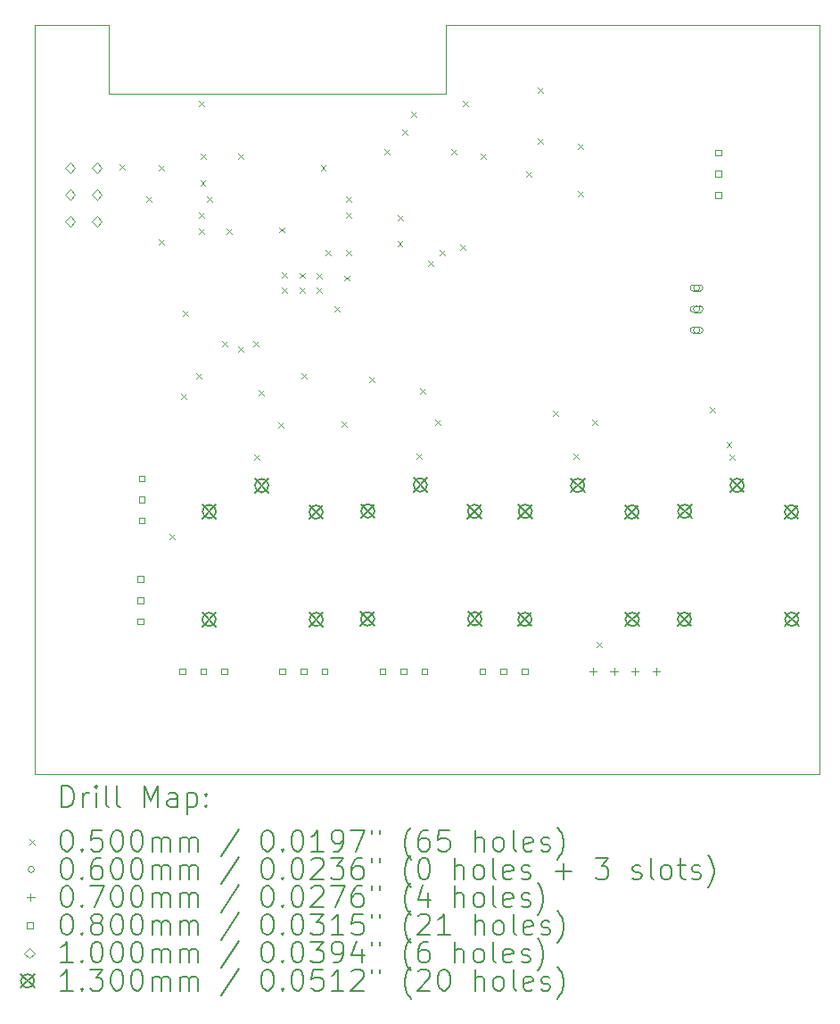
<source format=gbr>
%TF.GenerationSoftware,KiCad,Pcbnew,9.0.3*%
%TF.CreationDate,2025-08-26T10:07:48-04:00*%
%TF.ProjectId,Water_controller_board,57617465-725f-4636-9f6e-74726f6c6c65,rev?*%
%TF.SameCoordinates,Original*%
%TF.FileFunction,Drillmap*%
%TF.FilePolarity,Positive*%
%FSLAX45Y45*%
G04 Gerber Fmt 4.5, Leading zero omitted, Abs format (unit mm)*
G04 Created by KiCad (PCBNEW 9.0.3) date 2025-08-26 10:07:48*
%MOMM*%
%LPD*%
G01*
G04 APERTURE LIST*
%ADD10C,0.100000*%
%ADD11C,0.200000*%
%ADD12C,0.130000*%
G04 APERTURE END LIST*
D10*
X21324895Y-12637790D02*
X21324895Y-12687790D01*
X13924895Y-5587790D02*
X14574895Y-5587790D01*
X17774895Y-5587790D02*
X21324895Y-5587790D01*
X21324895Y-5587790D02*
X21324895Y-12637790D01*
X17774895Y-6237790D02*
X14574895Y-6237790D01*
X13874895Y-5587790D02*
X13924895Y-5587790D01*
X17774895Y-5587790D02*
X17774895Y-6237790D01*
X13874895Y-12687790D02*
X21324895Y-12687790D01*
X13874895Y-12687790D02*
X13874895Y-5587790D01*
X14574895Y-6237790D02*
X14574895Y-5587790D01*
D11*
D10*
X14677395Y-6905290D02*
X14727395Y-6955290D01*
X14727395Y-6905290D02*
X14677395Y-6955290D01*
X14936127Y-7214454D02*
X14986127Y-7264454D01*
X14986127Y-7214454D02*
X14936127Y-7264454D01*
X15047395Y-6915290D02*
X15097395Y-6965290D01*
X15097395Y-6915290D02*
X15047395Y-6965290D01*
X15048095Y-7619390D02*
X15098095Y-7669390D01*
X15098095Y-7619390D02*
X15048095Y-7669390D01*
X15152895Y-10411790D02*
X15202895Y-10461790D01*
X15202895Y-10411790D02*
X15152895Y-10461790D01*
X15265895Y-9083790D02*
X15315895Y-9133790D01*
X15315895Y-9083790D02*
X15265895Y-9133790D01*
X15279895Y-8295290D02*
X15329895Y-8345290D01*
X15329895Y-8295290D02*
X15279895Y-8345290D01*
X15409495Y-8889390D02*
X15459495Y-8939390D01*
X15459495Y-8889390D02*
X15409495Y-8939390D01*
X15429095Y-6311290D02*
X15479095Y-6361290D01*
X15479095Y-6311290D02*
X15429095Y-6361290D01*
X15429095Y-7365390D02*
X15479095Y-7415390D01*
X15479095Y-7365390D02*
X15429095Y-7415390D01*
X15429095Y-7517790D02*
X15479095Y-7567790D01*
X15479095Y-7517790D02*
X15429095Y-7567790D01*
X15444895Y-7058790D02*
X15494895Y-7108790D01*
X15494895Y-7058790D02*
X15444895Y-7108790D01*
X15451895Y-6803790D02*
X15501895Y-6853790D01*
X15501895Y-6803790D02*
X15451895Y-6853790D01*
X15511395Y-7210790D02*
X15561395Y-7260790D01*
X15561395Y-7210790D02*
X15511395Y-7260790D01*
X15653895Y-8587790D02*
X15703895Y-8637790D01*
X15703895Y-8587790D02*
X15653895Y-8637790D01*
X15695795Y-7517790D02*
X15745795Y-7567790D01*
X15745795Y-7517790D02*
X15695795Y-7567790D01*
X15807895Y-6803790D02*
X15857895Y-6853790D01*
X15857895Y-6803790D02*
X15807895Y-6853790D01*
X15807895Y-8635790D02*
X15857895Y-8685790D01*
X15857895Y-8635790D02*
X15807895Y-8685790D01*
X15949795Y-8584590D02*
X15999795Y-8634590D01*
X15999795Y-8584590D02*
X15949795Y-8634590D01*
X15955895Y-9663790D02*
X16005895Y-9713790D01*
X16005895Y-9663790D02*
X15955895Y-9713790D01*
X15999895Y-9048090D02*
X16049895Y-9098090D01*
X16049895Y-9048090D02*
X15999895Y-9098090D01*
X16184895Y-9358790D02*
X16234895Y-9408790D01*
X16234895Y-9358790D02*
X16184895Y-9408790D01*
X16190895Y-7505790D02*
X16240895Y-7555790D01*
X16240895Y-7505790D02*
X16190895Y-7555790D01*
X16216495Y-7936890D02*
X16266495Y-7986890D01*
X16266495Y-7936890D02*
X16216495Y-7986890D01*
X16216495Y-8076590D02*
X16266495Y-8126590D01*
X16266495Y-8076590D02*
X16216495Y-8126590D01*
X16387395Y-7937790D02*
X16437395Y-7987790D01*
X16437395Y-7937790D02*
X16387395Y-7987790D01*
X16392395Y-8075290D02*
X16442395Y-8125290D01*
X16442395Y-8075290D02*
X16392395Y-8125290D01*
X16407895Y-8892790D02*
X16457895Y-8942790D01*
X16457895Y-8892790D02*
X16407895Y-8942790D01*
X16549895Y-8077790D02*
X16599895Y-8127790D01*
X16599895Y-8077790D02*
X16549895Y-8127790D01*
X16552395Y-7940290D02*
X16602395Y-7990290D01*
X16602395Y-7940290D02*
X16552395Y-7990290D01*
X16587895Y-6914790D02*
X16637895Y-6964790D01*
X16637895Y-6914790D02*
X16587895Y-6964790D01*
X16635595Y-7720990D02*
X16685595Y-7770990D01*
X16685595Y-7720990D02*
X16635595Y-7770990D01*
X16719895Y-8255290D02*
X16769895Y-8305290D01*
X16769895Y-8255290D02*
X16719895Y-8305290D01*
X16787995Y-9346590D02*
X16837995Y-9396590D01*
X16837995Y-9346590D02*
X16787995Y-9396590D01*
X16814895Y-7962790D02*
X16864895Y-8012790D01*
X16864895Y-7962790D02*
X16814895Y-8012790D01*
X16826095Y-7212990D02*
X16876095Y-7262990D01*
X16876095Y-7212990D02*
X16826095Y-7262990D01*
X16826095Y-7365390D02*
X16876095Y-7415390D01*
X16876095Y-7365390D02*
X16826095Y-7415390D01*
X16826095Y-7720990D02*
X16876095Y-7770990D01*
X16876095Y-7720990D02*
X16826095Y-7770990D01*
X17051995Y-8924790D02*
X17101995Y-8974790D01*
X17101995Y-8924790D02*
X17051995Y-8974790D01*
X17194395Y-6768490D02*
X17244395Y-6818490D01*
X17244395Y-6768490D02*
X17194395Y-6818490D01*
X17315895Y-7637590D02*
X17365895Y-7687590D01*
X17365895Y-7637590D02*
X17315895Y-7687590D01*
X17321895Y-7388790D02*
X17371895Y-7438790D01*
X17371895Y-7388790D02*
X17321895Y-7438790D01*
X17361632Y-6575854D02*
X17411632Y-6625854D01*
X17411632Y-6575854D02*
X17361632Y-6625854D01*
X17449895Y-6412790D02*
X17499895Y-6462790D01*
X17499895Y-6412790D02*
X17449895Y-6462790D01*
X17499895Y-9651410D02*
X17549895Y-9701410D01*
X17549895Y-9651410D02*
X17499895Y-9701410D01*
X17531895Y-9035290D02*
X17581895Y-9085290D01*
X17581895Y-9035290D02*
X17531895Y-9085290D01*
X17605895Y-7825790D02*
X17655895Y-7875790D01*
X17655895Y-7825790D02*
X17605895Y-7875790D01*
X17676995Y-9333890D02*
X17726995Y-9383890D01*
X17726995Y-9333890D02*
X17676995Y-9383890D01*
X17714895Y-7721790D02*
X17764895Y-7771790D01*
X17764895Y-7721790D02*
X17714895Y-7771790D01*
X17829395Y-6764790D02*
X17879395Y-6814790D01*
X17879395Y-6764790D02*
X17829395Y-6814790D01*
X17911895Y-7671790D02*
X17961895Y-7721790D01*
X17961895Y-7671790D02*
X17911895Y-7721790D01*
X17939232Y-6305126D02*
X17989232Y-6355126D01*
X17989232Y-6305126D02*
X17939232Y-6355126D01*
X18105895Y-6809790D02*
X18155895Y-6859790D01*
X18155895Y-6809790D02*
X18105895Y-6859790D01*
X18539895Y-6972790D02*
X18589895Y-7022790D01*
X18589895Y-6972790D02*
X18539895Y-7022790D01*
X18651895Y-6180790D02*
X18701895Y-6230790D01*
X18701895Y-6180790D02*
X18651895Y-6230790D01*
X18651895Y-6662790D02*
X18701895Y-6712790D01*
X18701895Y-6662790D02*
X18651895Y-6712790D01*
X18794595Y-9244990D02*
X18844595Y-9294990D01*
X18844595Y-9244990D02*
X18794595Y-9294990D01*
X18990275Y-9651790D02*
X19040275Y-9701790D01*
X19040275Y-9651790D02*
X18990275Y-9701790D01*
X19027895Y-6714790D02*
X19077895Y-6764790D01*
X19077895Y-6714790D02*
X19027895Y-6764790D01*
X19027895Y-7161790D02*
X19077895Y-7211790D01*
X19077895Y-7161790D02*
X19027895Y-7211790D01*
X19162895Y-9333890D02*
X19212895Y-9383890D01*
X19212895Y-9333890D02*
X19162895Y-9383890D01*
X19206895Y-11437790D02*
X19256895Y-11487790D01*
X19256895Y-11437790D02*
X19206895Y-11487790D01*
X20281895Y-9208790D02*
X20331895Y-9258790D01*
X20331895Y-9208790D02*
X20281895Y-9258790D01*
X20440084Y-9542378D02*
X20490084Y-9592378D01*
X20490084Y-9542378D02*
X20440084Y-9592378D01*
X20472395Y-9658410D02*
X20522395Y-9708410D01*
X20522395Y-9658410D02*
X20472395Y-9708410D01*
X20187895Y-8081790D02*
G75*
G02*
X20127895Y-8081790I-30000J0D01*
G01*
X20127895Y-8081790D02*
G75*
G02*
X20187895Y-8081790I30000J0D01*
G01*
X20187895Y-8051790D02*
X20127895Y-8051790D01*
X20127895Y-8111790D02*
G75*
G02*
X20127895Y-8051790I0J30000D01*
G01*
X20127895Y-8111790D02*
X20187895Y-8111790D01*
X20187895Y-8111790D02*
G75*
G03*
X20187895Y-8051790I0J30000D01*
G01*
X20187895Y-8281790D02*
G75*
G02*
X20127895Y-8281790I-30000J0D01*
G01*
X20127895Y-8281790D02*
G75*
G02*
X20187895Y-8281790I30000J0D01*
G01*
X20187895Y-8251790D02*
X20127895Y-8251790D01*
X20127895Y-8311790D02*
G75*
G02*
X20127895Y-8251790I0J30000D01*
G01*
X20127895Y-8311790D02*
X20187895Y-8311790D01*
X20187895Y-8311790D02*
G75*
G03*
X20187895Y-8251790I0J30000D01*
G01*
X20187895Y-8481790D02*
G75*
G02*
X20127895Y-8481790I-30000J0D01*
G01*
X20127895Y-8481790D02*
G75*
G02*
X20187895Y-8481790I30000J0D01*
G01*
X20187895Y-8451790D02*
X20127895Y-8451790D01*
X20127895Y-8511790D02*
G75*
G02*
X20127895Y-8451790I0J30000D01*
G01*
X20127895Y-8511790D02*
X20187895Y-8511790D01*
X20187895Y-8511790D02*
G75*
G03*
X20187895Y-8451790I0J30000D01*
G01*
X19173216Y-11682790D02*
X19173216Y-11752790D01*
X19138216Y-11717790D02*
X19208216Y-11717790D01*
X19373216Y-11682790D02*
X19373216Y-11752790D01*
X19338216Y-11717790D02*
X19408216Y-11717790D01*
X19573216Y-11682790D02*
X19573216Y-11752790D01*
X19538216Y-11717790D02*
X19608216Y-11717790D01*
X19773216Y-11682790D02*
X19773216Y-11752790D01*
X19738216Y-11717790D02*
X19808216Y-11717790D01*
X14904250Y-10871075D02*
X14904250Y-10814506D01*
X14847681Y-10814506D01*
X14847681Y-10871075D01*
X14904250Y-10871075D01*
X14904250Y-11071075D02*
X14904250Y-11014506D01*
X14847681Y-11014506D01*
X14847681Y-11071075D01*
X14904250Y-11071075D01*
X14904250Y-11271074D02*
X14904250Y-11214505D01*
X14847681Y-11214505D01*
X14847681Y-11271074D01*
X14904250Y-11271074D01*
X14918180Y-9916075D02*
X14918180Y-9859506D01*
X14861611Y-9859506D01*
X14861611Y-9916075D01*
X14918180Y-9916075D01*
X14918180Y-10116075D02*
X14918180Y-10059506D01*
X14861611Y-10059506D01*
X14861611Y-10116075D01*
X14918180Y-10116075D01*
X14918180Y-10316075D02*
X14918180Y-10259506D01*
X14861611Y-10259506D01*
X14861611Y-10316075D01*
X14918180Y-10316075D01*
X15303180Y-11746824D02*
X15303180Y-11690255D01*
X15246611Y-11690255D01*
X15246611Y-11746824D01*
X15303180Y-11746824D01*
X15503180Y-11746824D02*
X15503180Y-11690255D01*
X15446611Y-11690255D01*
X15446611Y-11746824D01*
X15503180Y-11746824D01*
X15703180Y-11746824D02*
X15703180Y-11690255D01*
X15646611Y-11690255D01*
X15646611Y-11746824D01*
X15703180Y-11746824D01*
X16253180Y-11746074D02*
X16253180Y-11689505D01*
X16196611Y-11689505D01*
X16196611Y-11746074D01*
X16253180Y-11746074D01*
X16453180Y-11746074D02*
X16453180Y-11689505D01*
X16396611Y-11689505D01*
X16396611Y-11746074D01*
X16453180Y-11746074D01*
X16653180Y-11746074D02*
X16653180Y-11689505D01*
X16596611Y-11689505D01*
X16596611Y-11746074D01*
X16653180Y-11746074D01*
X17203180Y-11744824D02*
X17203180Y-11688255D01*
X17146611Y-11688255D01*
X17146611Y-11744824D01*
X17203180Y-11744824D01*
X17403180Y-11744824D02*
X17403180Y-11688255D01*
X17346611Y-11688255D01*
X17346611Y-11744824D01*
X17403180Y-11744824D01*
X17603180Y-11744824D02*
X17603180Y-11688255D01*
X17546611Y-11688255D01*
X17546611Y-11744824D01*
X17603180Y-11744824D01*
X18153180Y-11744824D02*
X18153180Y-11688255D01*
X18096611Y-11688255D01*
X18096611Y-11744824D01*
X18153180Y-11744824D01*
X18353180Y-11744824D02*
X18353180Y-11688255D01*
X18296611Y-11688255D01*
X18296611Y-11744824D01*
X18353180Y-11744824D01*
X18553180Y-11744824D02*
X18553180Y-11688255D01*
X18496611Y-11688255D01*
X18496611Y-11744824D01*
X18553180Y-11744824D01*
X20394430Y-6826074D02*
X20394430Y-6769505D01*
X20337861Y-6769505D01*
X20337861Y-6826074D01*
X20394430Y-6826074D01*
X20394430Y-7026074D02*
X20394430Y-6969505D01*
X20337861Y-6969505D01*
X20337861Y-7026074D01*
X20394430Y-7026074D01*
X20394430Y-7226074D02*
X20394430Y-7169505D01*
X20337861Y-7169505D01*
X20337861Y-7226074D01*
X20394430Y-7226074D01*
X14208395Y-6992290D02*
X14258395Y-6942290D01*
X14208395Y-6892290D01*
X14158395Y-6942290D01*
X14208395Y-6992290D01*
X14208395Y-7246290D02*
X14258395Y-7196290D01*
X14208395Y-7146290D01*
X14158395Y-7196290D01*
X14208395Y-7246290D01*
X14208395Y-7500290D02*
X14258395Y-7450290D01*
X14208395Y-7400290D01*
X14158395Y-7450290D01*
X14208395Y-7500290D01*
X14462395Y-6992290D02*
X14512395Y-6942290D01*
X14462395Y-6892290D01*
X14412395Y-6942290D01*
X14462395Y-6992290D01*
X14462395Y-7246290D02*
X14512395Y-7196290D01*
X14462395Y-7146290D01*
X14412395Y-7196290D01*
X14462395Y-7246290D01*
X14462395Y-7500290D02*
X14512395Y-7450290D01*
X14462395Y-7400290D01*
X14412395Y-7450290D01*
X14462395Y-7500290D01*
D12*
X15463085Y-11159848D02*
X15593085Y-11289848D01*
X15593085Y-11159848D02*
X15463085Y-11289848D01*
X15593085Y-11224848D02*
G75*
G02*
X15463085Y-11224848I-65000J0D01*
G01*
X15463085Y-11224848D02*
G75*
G02*
X15593085Y-11224848I65000J0D01*
G01*
X15465625Y-10136228D02*
X15595625Y-10266228D01*
X15595625Y-10136228D02*
X15465625Y-10266228D01*
X15595625Y-10201228D02*
G75*
G02*
X15465625Y-10201228I-65000J0D01*
G01*
X15465625Y-10201228D02*
G75*
G02*
X15595625Y-10201228I65000J0D01*
G01*
X15963465Y-9889848D02*
X16093465Y-10019848D01*
X16093465Y-9889848D02*
X15963465Y-10019848D01*
X16093465Y-9954848D02*
G75*
G02*
X15963465Y-9954848I-65000J0D01*
G01*
X15963465Y-9954848D02*
G75*
G02*
X16093465Y-9954848I65000J0D01*
G01*
X16479085Y-10141308D02*
X16609085Y-10271308D01*
X16609085Y-10141308D02*
X16479085Y-10271308D01*
X16609085Y-10206308D02*
G75*
G02*
X16479085Y-10206308I-65000J0D01*
G01*
X16479085Y-10206308D02*
G75*
G02*
X16609085Y-10206308I65000J0D01*
G01*
X16481625Y-11159848D02*
X16611625Y-11289848D01*
X16611625Y-11159848D02*
X16481625Y-11289848D01*
X16611625Y-11224848D02*
G75*
G02*
X16481625Y-11224848I-65000J0D01*
G01*
X16481625Y-11224848D02*
G75*
G02*
X16611625Y-11224848I65000J0D01*
G01*
X16968085Y-11154140D02*
X17098085Y-11284140D01*
X17098085Y-11154140D02*
X16968085Y-11284140D01*
X17098085Y-11219140D02*
G75*
G02*
X16968085Y-11219140I-65000J0D01*
G01*
X16968085Y-11219140D02*
G75*
G02*
X17098085Y-11219140I65000J0D01*
G01*
X16970625Y-10130520D02*
X17100625Y-10260520D01*
X17100625Y-10130520D02*
X16970625Y-10260520D01*
X17100625Y-10195520D02*
G75*
G02*
X16970625Y-10195520I-65000J0D01*
G01*
X16970625Y-10195520D02*
G75*
G02*
X17100625Y-10195520I65000J0D01*
G01*
X17468465Y-9884140D02*
X17598465Y-10014140D01*
X17598465Y-9884140D02*
X17468465Y-10014140D01*
X17598465Y-9949140D02*
G75*
G02*
X17468465Y-9949140I-65000J0D01*
G01*
X17468465Y-9949140D02*
G75*
G02*
X17598465Y-9949140I65000J0D01*
G01*
X17984085Y-10135600D02*
X18114085Y-10265600D01*
X18114085Y-10135600D02*
X17984085Y-10265600D01*
X18114085Y-10200600D02*
G75*
G02*
X17984085Y-10200600I-65000J0D01*
G01*
X17984085Y-10200600D02*
G75*
G02*
X18114085Y-10200600I65000J0D01*
G01*
X17986625Y-11154140D02*
X18116625Y-11284140D01*
X18116625Y-11154140D02*
X17986625Y-11284140D01*
X18116625Y-11219140D02*
G75*
G02*
X17986625Y-11219140I-65000J0D01*
G01*
X17986625Y-11219140D02*
G75*
G02*
X18116625Y-11219140I65000J0D01*
G01*
X18463085Y-11159140D02*
X18593085Y-11289140D01*
X18593085Y-11159140D02*
X18463085Y-11289140D01*
X18593085Y-11224140D02*
G75*
G02*
X18463085Y-11224140I-65000J0D01*
G01*
X18463085Y-11224140D02*
G75*
G02*
X18593085Y-11224140I65000J0D01*
G01*
X18465625Y-10135520D02*
X18595625Y-10265520D01*
X18595625Y-10135520D02*
X18465625Y-10265520D01*
X18595625Y-10200520D02*
G75*
G02*
X18465625Y-10200520I-65000J0D01*
G01*
X18465625Y-10200520D02*
G75*
G02*
X18595625Y-10200520I65000J0D01*
G01*
X18963465Y-9889140D02*
X19093465Y-10019140D01*
X19093465Y-9889140D02*
X18963465Y-10019140D01*
X19093465Y-9954140D02*
G75*
G02*
X18963465Y-9954140I-65000J0D01*
G01*
X18963465Y-9954140D02*
G75*
G02*
X19093465Y-9954140I65000J0D01*
G01*
X19479085Y-10140600D02*
X19609085Y-10270600D01*
X19609085Y-10140600D02*
X19479085Y-10270600D01*
X19609085Y-10205600D02*
G75*
G02*
X19479085Y-10205600I-65000J0D01*
G01*
X19479085Y-10205600D02*
G75*
G02*
X19609085Y-10205600I65000J0D01*
G01*
X19481625Y-11159140D02*
X19611625Y-11289140D01*
X19611625Y-11159140D02*
X19481625Y-11289140D01*
X19611625Y-11224140D02*
G75*
G02*
X19481625Y-11224140I-65000J0D01*
G01*
X19481625Y-11224140D02*
G75*
G02*
X19611625Y-11224140I65000J0D01*
G01*
X19977355Y-11158410D02*
X20107355Y-11288410D01*
X20107355Y-11158410D02*
X19977355Y-11288410D01*
X20107355Y-11223410D02*
G75*
G02*
X19977355Y-11223410I-65000J0D01*
G01*
X19977355Y-11223410D02*
G75*
G02*
X20107355Y-11223410I65000J0D01*
G01*
X19979895Y-10134790D02*
X20109895Y-10264790D01*
X20109895Y-10134790D02*
X19979895Y-10264790D01*
X20109895Y-10199790D02*
G75*
G02*
X19979895Y-10199790I-65000J0D01*
G01*
X19979895Y-10199790D02*
G75*
G02*
X20109895Y-10199790I65000J0D01*
G01*
X20477735Y-9888410D02*
X20607735Y-10018410D01*
X20607735Y-9888410D02*
X20477735Y-10018410D01*
X20607735Y-9953410D02*
G75*
G02*
X20477735Y-9953410I-65000J0D01*
G01*
X20477735Y-9953410D02*
G75*
G02*
X20607735Y-9953410I65000J0D01*
G01*
X20993355Y-10139870D02*
X21123355Y-10269870D01*
X21123355Y-10139870D02*
X20993355Y-10269870D01*
X21123355Y-10204870D02*
G75*
G02*
X20993355Y-10204870I-65000J0D01*
G01*
X20993355Y-10204870D02*
G75*
G02*
X21123355Y-10204870I65000J0D01*
G01*
X20995895Y-11158410D02*
X21125895Y-11288410D01*
X21125895Y-11158410D02*
X20995895Y-11288410D01*
X21125895Y-11223410D02*
G75*
G02*
X20995895Y-11223410I-65000J0D01*
G01*
X20995895Y-11223410D02*
G75*
G02*
X21125895Y-11223410I65000J0D01*
G01*
D11*
X14130672Y-13004274D02*
X14130672Y-12804274D01*
X14130672Y-12804274D02*
X14178291Y-12804274D01*
X14178291Y-12804274D02*
X14206863Y-12813798D01*
X14206863Y-12813798D02*
X14225910Y-12832845D01*
X14225910Y-12832845D02*
X14235434Y-12851893D01*
X14235434Y-12851893D02*
X14244958Y-12889988D01*
X14244958Y-12889988D02*
X14244958Y-12918559D01*
X14244958Y-12918559D02*
X14235434Y-12956655D01*
X14235434Y-12956655D02*
X14225910Y-12975702D01*
X14225910Y-12975702D02*
X14206863Y-12994750D01*
X14206863Y-12994750D02*
X14178291Y-13004274D01*
X14178291Y-13004274D02*
X14130672Y-13004274D01*
X14330672Y-13004274D02*
X14330672Y-12870940D01*
X14330672Y-12909036D02*
X14340196Y-12889988D01*
X14340196Y-12889988D02*
X14349720Y-12880464D01*
X14349720Y-12880464D02*
X14368767Y-12870940D01*
X14368767Y-12870940D02*
X14387815Y-12870940D01*
X14454482Y-13004274D02*
X14454482Y-12870940D01*
X14454482Y-12804274D02*
X14444958Y-12813798D01*
X14444958Y-12813798D02*
X14454482Y-12823321D01*
X14454482Y-12823321D02*
X14464005Y-12813798D01*
X14464005Y-12813798D02*
X14454482Y-12804274D01*
X14454482Y-12804274D02*
X14454482Y-12823321D01*
X14578291Y-13004274D02*
X14559244Y-12994750D01*
X14559244Y-12994750D02*
X14549720Y-12975702D01*
X14549720Y-12975702D02*
X14549720Y-12804274D01*
X14683053Y-13004274D02*
X14664005Y-12994750D01*
X14664005Y-12994750D02*
X14654482Y-12975702D01*
X14654482Y-12975702D02*
X14654482Y-12804274D01*
X14911625Y-13004274D02*
X14911625Y-12804274D01*
X14911625Y-12804274D02*
X14978291Y-12947131D01*
X14978291Y-12947131D02*
X15044958Y-12804274D01*
X15044958Y-12804274D02*
X15044958Y-13004274D01*
X15225910Y-13004274D02*
X15225910Y-12899512D01*
X15225910Y-12899512D02*
X15216386Y-12880464D01*
X15216386Y-12880464D02*
X15197339Y-12870940D01*
X15197339Y-12870940D02*
X15159244Y-12870940D01*
X15159244Y-12870940D02*
X15140196Y-12880464D01*
X15225910Y-12994750D02*
X15206863Y-13004274D01*
X15206863Y-13004274D02*
X15159244Y-13004274D01*
X15159244Y-13004274D02*
X15140196Y-12994750D01*
X15140196Y-12994750D02*
X15130672Y-12975702D01*
X15130672Y-12975702D02*
X15130672Y-12956655D01*
X15130672Y-12956655D02*
X15140196Y-12937607D01*
X15140196Y-12937607D02*
X15159244Y-12928083D01*
X15159244Y-12928083D02*
X15206863Y-12928083D01*
X15206863Y-12928083D02*
X15225910Y-12918559D01*
X15321148Y-12870940D02*
X15321148Y-13070940D01*
X15321148Y-12880464D02*
X15340196Y-12870940D01*
X15340196Y-12870940D02*
X15378291Y-12870940D01*
X15378291Y-12870940D02*
X15397339Y-12880464D01*
X15397339Y-12880464D02*
X15406863Y-12889988D01*
X15406863Y-12889988D02*
X15416386Y-12909036D01*
X15416386Y-12909036D02*
X15416386Y-12966178D01*
X15416386Y-12966178D02*
X15406863Y-12985226D01*
X15406863Y-12985226D02*
X15397339Y-12994750D01*
X15397339Y-12994750D02*
X15378291Y-13004274D01*
X15378291Y-13004274D02*
X15340196Y-13004274D01*
X15340196Y-13004274D02*
X15321148Y-12994750D01*
X15502101Y-12985226D02*
X15511625Y-12994750D01*
X15511625Y-12994750D02*
X15502101Y-13004274D01*
X15502101Y-13004274D02*
X15492577Y-12994750D01*
X15492577Y-12994750D02*
X15502101Y-12985226D01*
X15502101Y-12985226D02*
X15502101Y-13004274D01*
X15502101Y-12880464D02*
X15511625Y-12889988D01*
X15511625Y-12889988D02*
X15502101Y-12899512D01*
X15502101Y-12899512D02*
X15492577Y-12889988D01*
X15492577Y-12889988D02*
X15502101Y-12880464D01*
X15502101Y-12880464D02*
X15502101Y-12899512D01*
D10*
X13819895Y-13307790D02*
X13869895Y-13357790D01*
X13869895Y-13307790D02*
X13819895Y-13357790D01*
D11*
X14168767Y-13224274D02*
X14187815Y-13224274D01*
X14187815Y-13224274D02*
X14206863Y-13233798D01*
X14206863Y-13233798D02*
X14216386Y-13243321D01*
X14216386Y-13243321D02*
X14225910Y-13262369D01*
X14225910Y-13262369D02*
X14235434Y-13300464D01*
X14235434Y-13300464D02*
X14235434Y-13348083D01*
X14235434Y-13348083D02*
X14225910Y-13386178D01*
X14225910Y-13386178D02*
X14216386Y-13405226D01*
X14216386Y-13405226D02*
X14206863Y-13414750D01*
X14206863Y-13414750D02*
X14187815Y-13424274D01*
X14187815Y-13424274D02*
X14168767Y-13424274D01*
X14168767Y-13424274D02*
X14149720Y-13414750D01*
X14149720Y-13414750D02*
X14140196Y-13405226D01*
X14140196Y-13405226D02*
X14130672Y-13386178D01*
X14130672Y-13386178D02*
X14121148Y-13348083D01*
X14121148Y-13348083D02*
X14121148Y-13300464D01*
X14121148Y-13300464D02*
X14130672Y-13262369D01*
X14130672Y-13262369D02*
X14140196Y-13243321D01*
X14140196Y-13243321D02*
X14149720Y-13233798D01*
X14149720Y-13233798D02*
X14168767Y-13224274D01*
X14321148Y-13405226D02*
X14330672Y-13414750D01*
X14330672Y-13414750D02*
X14321148Y-13424274D01*
X14321148Y-13424274D02*
X14311625Y-13414750D01*
X14311625Y-13414750D02*
X14321148Y-13405226D01*
X14321148Y-13405226D02*
X14321148Y-13424274D01*
X14511625Y-13224274D02*
X14416386Y-13224274D01*
X14416386Y-13224274D02*
X14406863Y-13319512D01*
X14406863Y-13319512D02*
X14416386Y-13309988D01*
X14416386Y-13309988D02*
X14435434Y-13300464D01*
X14435434Y-13300464D02*
X14483053Y-13300464D01*
X14483053Y-13300464D02*
X14502101Y-13309988D01*
X14502101Y-13309988D02*
X14511625Y-13319512D01*
X14511625Y-13319512D02*
X14521148Y-13338559D01*
X14521148Y-13338559D02*
X14521148Y-13386178D01*
X14521148Y-13386178D02*
X14511625Y-13405226D01*
X14511625Y-13405226D02*
X14502101Y-13414750D01*
X14502101Y-13414750D02*
X14483053Y-13424274D01*
X14483053Y-13424274D02*
X14435434Y-13424274D01*
X14435434Y-13424274D02*
X14416386Y-13414750D01*
X14416386Y-13414750D02*
X14406863Y-13405226D01*
X14644958Y-13224274D02*
X14664006Y-13224274D01*
X14664006Y-13224274D02*
X14683053Y-13233798D01*
X14683053Y-13233798D02*
X14692577Y-13243321D01*
X14692577Y-13243321D02*
X14702101Y-13262369D01*
X14702101Y-13262369D02*
X14711625Y-13300464D01*
X14711625Y-13300464D02*
X14711625Y-13348083D01*
X14711625Y-13348083D02*
X14702101Y-13386178D01*
X14702101Y-13386178D02*
X14692577Y-13405226D01*
X14692577Y-13405226D02*
X14683053Y-13414750D01*
X14683053Y-13414750D02*
X14664006Y-13424274D01*
X14664006Y-13424274D02*
X14644958Y-13424274D01*
X14644958Y-13424274D02*
X14625910Y-13414750D01*
X14625910Y-13414750D02*
X14616386Y-13405226D01*
X14616386Y-13405226D02*
X14606863Y-13386178D01*
X14606863Y-13386178D02*
X14597339Y-13348083D01*
X14597339Y-13348083D02*
X14597339Y-13300464D01*
X14597339Y-13300464D02*
X14606863Y-13262369D01*
X14606863Y-13262369D02*
X14616386Y-13243321D01*
X14616386Y-13243321D02*
X14625910Y-13233798D01*
X14625910Y-13233798D02*
X14644958Y-13224274D01*
X14835434Y-13224274D02*
X14854482Y-13224274D01*
X14854482Y-13224274D02*
X14873529Y-13233798D01*
X14873529Y-13233798D02*
X14883053Y-13243321D01*
X14883053Y-13243321D02*
X14892577Y-13262369D01*
X14892577Y-13262369D02*
X14902101Y-13300464D01*
X14902101Y-13300464D02*
X14902101Y-13348083D01*
X14902101Y-13348083D02*
X14892577Y-13386178D01*
X14892577Y-13386178D02*
X14883053Y-13405226D01*
X14883053Y-13405226D02*
X14873529Y-13414750D01*
X14873529Y-13414750D02*
X14854482Y-13424274D01*
X14854482Y-13424274D02*
X14835434Y-13424274D01*
X14835434Y-13424274D02*
X14816386Y-13414750D01*
X14816386Y-13414750D02*
X14806863Y-13405226D01*
X14806863Y-13405226D02*
X14797339Y-13386178D01*
X14797339Y-13386178D02*
X14787815Y-13348083D01*
X14787815Y-13348083D02*
X14787815Y-13300464D01*
X14787815Y-13300464D02*
X14797339Y-13262369D01*
X14797339Y-13262369D02*
X14806863Y-13243321D01*
X14806863Y-13243321D02*
X14816386Y-13233798D01*
X14816386Y-13233798D02*
X14835434Y-13224274D01*
X14987815Y-13424274D02*
X14987815Y-13290940D01*
X14987815Y-13309988D02*
X14997339Y-13300464D01*
X14997339Y-13300464D02*
X15016386Y-13290940D01*
X15016386Y-13290940D02*
X15044958Y-13290940D01*
X15044958Y-13290940D02*
X15064006Y-13300464D01*
X15064006Y-13300464D02*
X15073529Y-13319512D01*
X15073529Y-13319512D02*
X15073529Y-13424274D01*
X15073529Y-13319512D02*
X15083053Y-13300464D01*
X15083053Y-13300464D02*
X15102101Y-13290940D01*
X15102101Y-13290940D02*
X15130672Y-13290940D01*
X15130672Y-13290940D02*
X15149720Y-13300464D01*
X15149720Y-13300464D02*
X15159244Y-13319512D01*
X15159244Y-13319512D02*
X15159244Y-13424274D01*
X15254482Y-13424274D02*
X15254482Y-13290940D01*
X15254482Y-13309988D02*
X15264006Y-13300464D01*
X15264006Y-13300464D02*
X15283053Y-13290940D01*
X15283053Y-13290940D02*
X15311625Y-13290940D01*
X15311625Y-13290940D02*
X15330672Y-13300464D01*
X15330672Y-13300464D02*
X15340196Y-13319512D01*
X15340196Y-13319512D02*
X15340196Y-13424274D01*
X15340196Y-13319512D02*
X15349720Y-13300464D01*
X15349720Y-13300464D02*
X15368767Y-13290940D01*
X15368767Y-13290940D02*
X15397339Y-13290940D01*
X15397339Y-13290940D02*
X15416387Y-13300464D01*
X15416387Y-13300464D02*
X15425910Y-13319512D01*
X15425910Y-13319512D02*
X15425910Y-13424274D01*
X15816387Y-13214750D02*
X15644958Y-13471893D01*
X16073529Y-13224274D02*
X16092577Y-13224274D01*
X16092577Y-13224274D02*
X16111625Y-13233798D01*
X16111625Y-13233798D02*
X16121149Y-13243321D01*
X16121149Y-13243321D02*
X16130672Y-13262369D01*
X16130672Y-13262369D02*
X16140196Y-13300464D01*
X16140196Y-13300464D02*
X16140196Y-13348083D01*
X16140196Y-13348083D02*
X16130672Y-13386178D01*
X16130672Y-13386178D02*
X16121149Y-13405226D01*
X16121149Y-13405226D02*
X16111625Y-13414750D01*
X16111625Y-13414750D02*
X16092577Y-13424274D01*
X16092577Y-13424274D02*
X16073529Y-13424274D01*
X16073529Y-13424274D02*
X16054482Y-13414750D01*
X16054482Y-13414750D02*
X16044958Y-13405226D01*
X16044958Y-13405226D02*
X16035434Y-13386178D01*
X16035434Y-13386178D02*
X16025910Y-13348083D01*
X16025910Y-13348083D02*
X16025910Y-13300464D01*
X16025910Y-13300464D02*
X16035434Y-13262369D01*
X16035434Y-13262369D02*
X16044958Y-13243321D01*
X16044958Y-13243321D02*
X16054482Y-13233798D01*
X16054482Y-13233798D02*
X16073529Y-13224274D01*
X16225910Y-13405226D02*
X16235434Y-13414750D01*
X16235434Y-13414750D02*
X16225910Y-13424274D01*
X16225910Y-13424274D02*
X16216387Y-13414750D01*
X16216387Y-13414750D02*
X16225910Y-13405226D01*
X16225910Y-13405226D02*
X16225910Y-13424274D01*
X16359244Y-13224274D02*
X16378291Y-13224274D01*
X16378291Y-13224274D02*
X16397339Y-13233798D01*
X16397339Y-13233798D02*
X16406863Y-13243321D01*
X16406863Y-13243321D02*
X16416387Y-13262369D01*
X16416387Y-13262369D02*
X16425910Y-13300464D01*
X16425910Y-13300464D02*
X16425910Y-13348083D01*
X16425910Y-13348083D02*
X16416387Y-13386178D01*
X16416387Y-13386178D02*
X16406863Y-13405226D01*
X16406863Y-13405226D02*
X16397339Y-13414750D01*
X16397339Y-13414750D02*
X16378291Y-13424274D01*
X16378291Y-13424274D02*
X16359244Y-13424274D01*
X16359244Y-13424274D02*
X16340196Y-13414750D01*
X16340196Y-13414750D02*
X16330672Y-13405226D01*
X16330672Y-13405226D02*
X16321149Y-13386178D01*
X16321149Y-13386178D02*
X16311625Y-13348083D01*
X16311625Y-13348083D02*
X16311625Y-13300464D01*
X16311625Y-13300464D02*
X16321149Y-13262369D01*
X16321149Y-13262369D02*
X16330672Y-13243321D01*
X16330672Y-13243321D02*
X16340196Y-13233798D01*
X16340196Y-13233798D02*
X16359244Y-13224274D01*
X16616387Y-13424274D02*
X16502101Y-13424274D01*
X16559244Y-13424274D02*
X16559244Y-13224274D01*
X16559244Y-13224274D02*
X16540196Y-13252845D01*
X16540196Y-13252845D02*
X16521149Y-13271893D01*
X16521149Y-13271893D02*
X16502101Y-13281417D01*
X16711625Y-13424274D02*
X16749720Y-13424274D01*
X16749720Y-13424274D02*
X16768768Y-13414750D01*
X16768768Y-13414750D02*
X16778292Y-13405226D01*
X16778292Y-13405226D02*
X16797339Y-13376655D01*
X16797339Y-13376655D02*
X16806863Y-13338559D01*
X16806863Y-13338559D02*
X16806863Y-13262369D01*
X16806863Y-13262369D02*
X16797339Y-13243321D01*
X16797339Y-13243321D02*
X16787815Y-13233798D01*
X16787815Y-13233798D02*
X16768768Y-13224274D01*
X16768768Y-13224274D02*
X16730672Y-13224274D01*
X16730672Y-13224274D02*
X16711625Y-13233798D01*
X16711625Y-13233798D02*
X16702101Y-13243321D01*
X16702101Y-13243321D02*
X16692577Y-13262369D01*
X16692577Y-13262369D02*
X16692577Y-13309988D01*
X16692577Y-13309988D02*
X16702101Y-13329036D01*
X16702101Y-13329036D02*
X16711625Y-13338559D01*
X16711625Y-13338559D02*
X16730672Y-13348083D01*
X16730672Y-13348083D02*
X16768768Y-13348083D01*
X16768768Y-13348083D02*
X16787815Y-13338559D01*
X16787815Y-13338559D02*
X16797339Y-13329036D01*
X16797339Y-13329036D02*
X16806863Y-13309988D01*
X16873530Y-13224274D02*
X17006863Y-13224274D01*
X17006863Y-13224274D02*
X16921149Y-13424274D01*
X17073530Y-13224274D02*
X17073530Y-13262369D01*
X17149720Y-13224274D02*
X17149720Y-13262369D01*
X17444958Y-13500464D02*
X17435434Y-13490940D01*
X17435434Y-13490940D02*
X17416387Y-13462369D01*
X17416387Y-13462369D02*
X17406863Y-13443321D01*
X17406863Y-13443321D02*
X17397339Y-13414750D01*
X17397339Y-13414750D02*
X17387815Y-13367131D01*
X17387815Y-13367131D02*
X17387815Y-13329036D01*
X17387815Y-13329036D02*
X17397339Y-13281417D01*
X17397339Y-13281417D02*
X17406863Y-13252845D01*
X17406863Y-13252845D02*
X17416387Y-13233798D01*
X17416387Y-13233798D02*
X17435434Y-13205226D01*
X17435434Y-13205226D02*
X17444958Y-13195702D01*
X17606863Y-13224274D02*
X17568768Y-13224274D01*
X17568768Y-13224274D02*
X17549720Y-13233798D01*
X17549720Y-13233798D02*
X17540196Y-13243321D01*
X17540196Y-13243321D02*
X17521149Y-13271893D01*
X17521149Y-13271893D02*
X17511625Y-13309988D01*
X17511625Y-13309988D02*
X17511625Y-13386178D01*
X17511625Y-13386178D02*
X17521149Y-13405226D01*
X17521149Y-13405226D02*
X17530673Y-13414750D01*
X17530673Y-13414750D02*
X17549720Y-13424274D01*
X17549720Y-13424274D02*
X17587815Y-13424274D01*
X17587815Y-13424274D02*
X17606863Y-13414750D01*
X17606863Y-13414750D02*
X17616387Y-13405226D01*
X17616387Y-13405226D02*
X17625911Y-13386178D01*
X17625911Y-13386178D02*
X17625911Y-13338559D01*
X17625911Y-13338559D02*
X17616387Y-13319512D01*
X17616387Y-13319512D02*
X17606863Y-13309988D01*
X17606863Y-13309988D02*
X17587815Y-13300464D01*
X17587815Y-13300464D02*
X17549720Y-13300464D01*
X17549720Y-13300464D02*
X17530673Y-13309988D01*
X17530673Y-13309988D02*
X17521149Y-13319512D01*
X17521149Y-13319512D02*
X17511625Y-13338559D01*
X17806863Y-13224274D02*
X17711625Y-13224274D01*
X17711625Y-13224274D02*
X17702101Y-13319512D01*
X17702101Y-13319512D02*
X17711625Y-13309988D01*
X17711625Y-13309988D02*
X17730673Y-13300464D01*
X17730673Y-13300464D02*
X17778292Y-13300464D01*
X17778292Y-13300464D02*
X17797339Y-13309988D01*
X17797339Y-13309988D02*
X17806863Y-13319512D01*
X17806863Y-13319512D02*
X17816387Y-13338559D01*
X17816387Y-13338559D02*
X17816387Y-13386178D01*
X17816387Y-13386178D02*
X17806863Y-13405226D01*
X17806863Y-13405226D02*
X17797339Y-13414750D01*
X17797339Y-13414750D02*
X17778292Y-13424274D01*
X17778292Y-13424274D02*
X17730673Y-13424274D01*
X17730673Y-13424274D02*
X17711625Y-13414750D01*
X17711625Y-13414750D02*
X17702101Y-13405226D01*
X18054482Y-13424274D02*
X18054482Y-13224274D01*
X18140196Y-13424274D02*
X18140196Y-13319512D01*
X18140196Y-13319512D02*
X18130673Y-13300464D01*
X18130673Y-13300464D02*
X18111625Y-13290940D01*
X18111625Y-13290940D02*
X18083054Y-13290940D01*
X18083054Y-13290940D02*
X18064006Y-13300464D01*
X18064006Y-13300464D02*
X18054482Y-13309988D01*
X18264006Y-13424274D02*
X18244958Y-13414750D01*
X18244958Y-13414750D02*
X18235435Y-13405226D01*
X18235435Y-13405226D02*
X18225911Y-13386178D01*
X18225911Y-13386178D02*
X18225911Y-13329036D01*
X18225911Y-13329036D02*
X18235435Y-13309988D01*
X18235435Y-13309988D02*
X18244958Y-13300464D01*
X18244958Y-13300464D02*
X18264006Y-13290940D01*
X18264006Y-13290940D02*
X18292577Y-13290940D01*
X18292577Y-13290940D02*
X18311625Y-13300464D01*
X18311625Y-13300464D02*
X18321149Y-13309988D01*
X18321149Y-13309988D02*
X18330673Y-13329036D01*
X18330673Y-13329036D02*
X18330673Y-13386178D01*
X18330673Y-13386178D02*
X18321149Y-13405226D01*
X18321149Y-13405226D02*
X18311625Y-13414750D01*
X18311625Y-13414750D02*
X18292577Y-13424274D01*
X18292577Y-13424274D02*
X18264006Y-13424274D01*
X18444958Y-13424274D02*
X18425911Y-13414750D01*
X18425911Y-13414750D02*
X18416387Y-13395702D01*
X18416387Y-13395702D02*
X18416387Y-13224274D01*
X18597339Y-13414750D02*
X18578292Y-13424274D01*
X18578292Y-13424274D02*
X18540196Y-13424274D01*
X18540196Y-13424274D02*
X18521149Y-13414750D01*
X18521149Y-13414750D02*
X18511625Y-13395702D01*
X18511625Y-13395702D02*
X18511625Y-13319512D01*
X18511625Y-13319512D02*
X18521149Y-13300464D01*
X18521149Y-13300464D02*
X18540196Y-13290940D01*
X18540196Y-13290940D02*
X18578292Y-13290940D01*
X18578292Y-13290940D02*
X18597339Y-13300464D01*
X18597339Y-13300464D02*
X18606863Y-13319512D01*
X18606863Y-13319512D02*
X18606863Y-13338559D01*
X18606863Y-13338559D02*
X18511625Y-13357607D01*
X18683054Y-13414750D02*
X18702101Y-13424274D01*
X18702101Y-13424274D02*
X18740196Y-13424274D01*
X18740196Y-13424274D02*
X18759244Y-13414750D01*
X18759244Y-13414750D02*
X18768768Y-13395702D01*
X18768768Y-13395702D02*
X18768768Y-13386178D01*
X18768768Y-13386178D02*
X18759244Y-13367131D01*
X18759244Y-13367131D02*
X18740196Y-13357607D01*
X18740196Y-13357607D02*
X18711625Y-13357607D01*
X18711625Y-13357607D02*
X18692577Y-13348083D01*
X18692577Y-13348083D02*
X18683054Y-13329036D01*
X18683054Y-13329036D02*
X18683054Y-13319512D01*
X18683054Y-13319512D02*
X18692577Y-13300464D01*
X18692577Y-13300464D02*
X18711625Y-13290940D01*
X18711625Y-13290940D02*
X18740196Y-13290940D01*
X18740196Y-13290940D02*
X18759244Y-13300464D01*
X18835435Y-13500464D02*
X18844958Y-13490940D01*
X18844958Y-13490940D02*
X18864006Y-13462369D01*
X18864006Y-13462369D02*
X18873530Y-13443321D01*
X18873530Y-13443321D02*
X18883054Y-13414750D01*
X18883054Y-13414750D02*
X18892577Y-13367131D01*
X18892577Y-13367131D02*
X18892577Y-13329036D01*
X18892577Y-13329036D02*
X18883054Y-13281417D01*
X18883054Y-13281417D02*
X18873530Y-13252845D01*
X18873530Y-13252845D02*
X18864006Y-13233798D01*
X18864006Y-13233798D02*
X18844958Y-13205226D01*
X18844958Y-13205226D02*
X18835435Y-13195702D01*
D10*
X13869895Y-13596790D02*
G75*
G02*
X13809895Y-13596790I-30000J0D01*
G01*
X13809895Y-13596790D02*
G75*
G02*
X13869895Y-13596790I30000J0D01*
G01*
D11*
X14168767Y-13488274D02*
X14187815Y-13488274D01*
X14187815Y-13488274D02*
X14206863Y-13497798D01*
X14206863Y-13497798D02*
X14216386Y-13507321D01*
X14216386Y-13507321D02*
X14225910Y-13526369D01*
X14225910Y-13526369D02*
X14235434Y-13564464D01*
X14235434Y-13564464D02*
X14235434Y-13612083D01*
X14235434Y-13612083D02*
X14225910Y-13650178D01*
X14225910Y-13650178D02*
X14216386Y-13669226D01*
X14216386Y-13669226D02*
X14206863Y-13678750D01*
X14206863Y-13678750D02*
X14187815Y-13688274D01*
X14187815Y-13688274D02*
X14168767Y-13688274D01*
X14168767Y-13688274D02*
X14149720Y-13678750D01*
X14149720Y-13678750D02*
X14140196Y-13669226D01*
X14140196Y-13669226D02*
X14130672Y-13650178D01*
X14130672Y-13650178D02*
X14121148Y-13612083D01*
X14121148Y-13612083D02*
X14121148Y-13564464D01*
X14121148Y-13564464D02*
X14130672Y-13526369D01*
X14130672Y-13526369D02*
X14140196Y-13507321D01*
X14140196Y-13507321D02*
X14149720Y-13497798D01*
X14149720Y-13497798D02*
X14168767Y-13488274D01*
X14321148Y-13669226D02*
X14330672Y-13678750D01*
X14330672Y-13678750D02*
X14321148Y-13688274D01*
X14321148Y-13688274D02*
X14311625Y-13678750D01*
X14311625Y-13678750D02*
X14321148Y-13669226D01*
X14321148Y-13669226D02*
X14321148Y-13688274D01*
X14502101Y-13488274D02*
X14464005Y-13488274D01*
X14464005Y-13488274D02*
X14444958Y-13497798D01*
X14444958Y-13497798D02*
X14435434Y-13507321D01*
X14435434Y-13507321D02*
X14416386Y-13535893D01*
X14416386Y-13535893D02*
X14406863Y-13573988D01*
X14406863Y-13573988D02*
X14406863Y-13650178D01*
X14406863Y-13650178D02*
X14416386Y-13669226D01*
X14416386Y-13669226D02*
X14425910Y-13678750D01*
X14425910Y-13678750D02*
X14444958Y-13688274D01*
X14444958Y-13688274D02*
X14483053Y-13688274D01*
X14483053Y-13688274D02*
X14502101Y-13678750D01*
X14502101Y-13678750D02*
X14511625Y-13669226D01*
X14511625Y-13669226D02*
X14521148Y-13650178D01*
X14521148Y-13650178D02*
X14521148Y-13602559D01*
X14521148Y-13602559D02*
X14511625Y-13583512D01*
X14511625Y-13583512D02*
X14502101Y-13573988D01*
X14502101Y-13573988D02*
X14483053Y-13564464D01*
X14483053Y-13564464D02*
X14444958Y-13564464D01*
X14444958Y-13564464D02*
X14425910Y-13573988D01*
X14425910Y-13573988D02*
X14416386Y-13583512D01*
X14416386Y-13583512D02*
X14406863Y-13602559D01*
X14644958Y-13488274D02*
X14664006Y-13488274D01*
X14664006Y-13488274D02*
X14683053Y-13497798D01*
X14683053Y-13497798D02*
X14692577Y-13507321D01*
X14692577Y-13507321D02*
X14702101Y-13526369D01*
X14702101Y-13526369D02*
X14711625Y-13564464D01*
X14711625Y-13564464D02*
X14711625Y-13612083D01*
X14711625Y-13612083D02*
X14702101Y-13650178D01*
X14702101Y-13650178D02*
X14692577Y-13669226D01*
X14692577Y-13669226D02*
X14683053Y-13678750D01*
X14683053Y-13678750D02*
X14664006Y-13688274D01*
X14664006Y-13688274D02*
X14644958Y-13688274D01*
X14644958Y-13688274D02*
X14625910Y-13678750D01*
X14625910Y-13678750D02*
X14616386Y-13669226D01*
X14616386Y-13669226D02*
X14606863Y-13650178D01*
X14606863Y-13650178D02*
X14597339Y-13612083D01*
X14597339Y-13612083D02*
X14597339Y-13564464D01*
X14597339Y-13564464D02*
X14606863Y-13526369D01*
X14606863Y-13526369D02*
X14616386Y-13507321D01*
X14616386Y-13507321D02*
X14625910Y-13497798D01*
X14625910Y-13497798D02*
X14644958Y-13488274D01*
X14835434Y-13488274D02*
X14854482Y-13488274D01*
X14854482Y-13488274D02*
X14873529Y-13497798D01*
X14873529Y-13497798D02*
X14883053Y-13507321D01*
X14883053Y-13507321D02*
X14892577Y-13526369D01*
X14892577Y-13526369D02*
X14902101Y-13564464D01*
X14902101Y-13564464D02*
X14902101Y-13612083D01*
X14902101Y-13612083D02*
X14892577Y-13650178D01*
X14892577Y-13650178D02*
X14883053Y-13669226D01*
X14883053Y-13669226D02*
X14873529Y-13678750D01*
X14873529Y-13678750D02*
X14854482Y-13688274D01*
X14854482Y-13688274D02*
X14835434Y-13688274D01*
X14835434Y-13688274D02*
X14816386Y-13678750D01*
X14816386Y-13678750D02*
X14806863Y-13669226D01*
X14806863Y-13669226D02*
X14797339Y-13650178D01*
X14797339Y-13650178D02*
X14787815Y-13612083D01*
X14787815Y-13612083D02*
X14787815Y-13564464D01*
X14787815Y-13564464D02*
X14797339Y-13526369D01*
X14797339Y-13526369D02*
X14806863Y-13507321D01*
X14806863Y-13507321D02*
X14816386Y-13497798D01*
X14816386Y-13497798D02*
X14835434Y-13488274D01*
X14987815Y-13688274D02*
X14987815Y-13554940D01*
X14987815Y-13573988D02*
X14997339Y-13564464D01*
X14997339Y-13564464D02*
X15016386Y-13554940D01*
X15016386Y-13554940D02*
X15044958Y-13554940D01*
X15044958Y-13554940D02*
X15064006Y-13564464D01*
X15064006Y-13564464D02*
X15073529Y-13583512D01*
X15073529Y-13583512D02*
X15073529Y-13688274D01*
X15073529Y-13583512D02*
X15083053Y-13564464D01*
X15083053Y-13564464D02*
X15102101Y-13554940D01*
X15102101Y-13554940D02*
X15130672Y-13554940D01*
X15130672Y-13554940D02*
X15149720Y-13564464D01*
X15149720Y-13564464D02*
X15159244Y-13583512D01*
X15159244Y-13583512D02*
X15159244Y-13688274D01*
X15254482Y-13688274D02*
X15254482Y-13554940D01*
X15254482Y-13573988D02*
X15264006Y-13564464D01*
X15264006Y-13564464D02*
X15283053Y-13554940D01*
X15283053Y-13554940D02*
X15311625Y-13554940D01*
X15311625Y-13554940D02*
X15330672Y-13564464D01*
X15330672Y-13564464D02*
X15340196Y-13583512D01*
X15340196Y-13583512D02*
X15340196Y-13688274D01*
X15340196Y-13583512D02*
X15349720Y-13564464D01*
X15349720Y-13564464D02*
X15368767Y-13554940D01*
X15368767Y-13554940D02*
X15397339Y-13554940D01*
X15397339Y-13554940D02*
X15416387Y-13564464D01*
X15416387Y-13564464D02*
X15425910Y-13583512D01*
X15425910Y-13583512D02*
X15425910Y-13688274D01*
X15816387Y-13478750D02*
X15644958Y-13735893D01*
X16073529Y-13488274D02*
X16092577Y-13488274D01*
X16092577Y-13488274D02*
X16111625Y-13497798D01*
X16111625Y-13497798D02*
X16121149Y-13507321D01*
X16121149Y-13507321D02*
X16130672Y-13526369D01*
X16130672Y-13526369D02*
X16140196Y-13564464D01*
X16140196Y-13564464D02*
X16140196Y-13612083D01*
X16140196Y-13612083D02*
X16130672Y-13650178D01*
X16130672Y-13650178D02*
X16121149Y-13669226D01*
X16121149Y-13669226D02*
X16111625Y-13678750D01*
X16111625Y-13678750D02*
X16092577Y-13688274D01*
X16092577Y-13688274D02*
X16073529Y-13688274D01*
X16073529Y-13688274D02*
X16054482Y-13678750D01*
X16054482Y-13678750D02*
X16044958Y-13669226D01*
X16044958Y-13669226D02*
X16035434Y-13650178D01*
X16035434Y-13650178D02*
X16025910Y-13612083D01*
X16025910Y-13612083D02*
X16025910Y-13564464D01*
X16025910Y-13564464D02*
X16035434Y-13526369D01*
X16035434Y-13526369D02*
X16044958Y-13507321D01*
X16044958Y-13507321D02*
X16054482Y-13497798D01*
X16054482Y-13497798D02*
X16073529Y-13488274D01*
X16225910Y-13669226D02*
X16235434Y-13678750D01*
X16235434Y-13678750D02*
X16225910Y-13688274D01*
X16225910Y-13688274D02*
X16216387Y-13678750D01*
X16216387Y-13678750D02*
X16225910Y-13669226D01*
X16225910Y-13669226D02*
X16225910Y-13688274D01*
X16359244Y-13488274D02*
X16378291Y-13488274D01*
X16378291Y-13488274D02*
X16397339Y-13497798D01*
X16397339Y-13497798D02*
X16406863Y-13507321D01*
X16406863Y-13507321D02*
X16416387Y-13526369D01*
X16416387Y-13526369D02*
X16425910Y-13564464D01*
X16425910Y-13564464D02*
X16425910Y-13612083D01*
X16425910Y-13612083D02*
X16416387Y-13650178D01*
X16416387Y-13650178D02*
X16406863Y-13669226D01*
X16406863Y-13669226D02*
X16397339Y-13678750D01*
X16397339Y-13678750D02*
X16378291Y-13688274D01*
X16378291Y-13688274D02*
X16359244Y-13688274D01*
X16359244Y-13688274D02*
X16340196Y-13678750D01*
X16340196Y-13678750D02*
X16330672Y-13669226D01*
X16330672Y-13669226D02*
X16321149Y-13650178D01*
X16321149Y-13650178D02*
X16311625Y-13612083D01*
X16311625Y-13612083D02*
X16311625Y-13564464D01*
X16311625Y-13564464D02*
X16321149Y-13526369D01*
X16321149Y-13526369D02*
X16330672Y-13507321D01*
X16330672Y-13507321D02*
X16340196Y-13497798D01*
X16340196Y-13497798D02*
X16359244Y-13488274D01*
X16502101Y-13507321D02*
X16511625Y-13497798D01*
X16511625Y-13497798D02*
X16530672Y-13488274D01*
X16530672Y-13488274D02*
X16578291Y-13488274D01*
X16578291Y-13488274D02*
X16597339Y-13497798D01*
X16597339Y-13497798D02*
X16606863Y-13507321D01*
X16606863Y-13507321D02*
X16616387Y-13526369D01*
X16616387Y-13526369D02*
X16616387Y-13545417D01*
X16616387Y-13545417D02*
X16606863Y-13573988D01*
X16606863Y-13573988D02*
X16492577Y-13688274D01*
X16492577Y-13688274D02*
X16616387Y-13688274D01*
X16683053Y-13488274D02*
X16806863Y-13488274D01*
X16806863Y-13488274D02*
X16740196Y-13564464D01*
X16740196Y-13564464D02*
X16768768Y-13564464D01*
X16768768Y-13564464D02*
X16787815Y-13573988D01*
X16787815Y-13573988D02*
X16797339Y-13583512D01*
X16797339Y-13583512D02*
X16806863Y-13602559D01*
X16806863Y-13602559D02*
X16806863Y-13650178D01*
X16806863Y-13650178D02*
X16797339Y-13669226D01*
X16797339Y-13669226D02*
X16787815Y-13678750D01*
X16787815Y-13678750D02*
X16768768Y-13688274D01*
X16768768Y-13688274D02*
X16711625Y-13688274D01*
X16711625Y-13688274D02*
X16692577Y-13678750D01*
X16692577Y-13678750D02*
X16683053Y-13669226D01*
X16978292Y-13488274D02*
X16940196Y-13488274D01*
X16940196Y-13488274D02*
X16921149Y-13497798D01*
X16921149Y-13497798D02*
X16911625Y-13507321D01*
X16911625Y-13507321D02*
X16892577Y-13535893D01*
X16892577Y-13535893D02*
X16883053Y-13573988D01*
X16883053Y-13573988D02*
X16883053Y-13650178D01*
X16883053Y-13650178D02*
X16892577Y-13669226D01*
X16892577Y-13669226D02*
X16902101Y-13678750D01*
X16902101Y-13678750D02*
X16921149Y-13688274D01*
X16921149Y-13688274D02*
X16959244Y-13688274D01*
X16959244Y-13688274D02*
X16978292Y-13678750D01*
X16978292Y-13678750D02*
X16987815Y-13669226D01*
X16987815Y-13669226D02*
X16997339Y-13650178D01*
X16997339Y-13650178D02*
X16997339Y-13602559D01*
X16997339Y-13602559D02*
X16987815Y-13583512D01*
X16987815Y-13583512D02*
X16978292Y-13573988D01*
X16978292Y-13573988D02*
X16959244Y-13564464D01*
X16959244Y-13564464D02*
X16921149Y-13564464D01*
X16921149Y-13564464D02*
X16902101Y-13573988D01*
X16902101Y-13573988D02*
X16892577Y-13583512D01*
X16892577Y-13583512D02*
X16883053Y-13602559D01*
X17073530Y-13488274D02*
X17073530Y-13526369D01*
X17149720Y-13488274D02*
X17149720Y-13526369D01*
X17444958Y-13764464D02*
X17435434Y-13754940D01*
X17435434Y-13754940D02*
X17416387Y-13726369D01*
X17416387Y-13726369D02*
X17406863Y-13707321D01*
X17406863Y-13707321D02*
X17397339Y-13678750D01*
X17397339Y-13678750D02*
X17387815Y-13631131D01*
X17387815Y-13631131D02*
X17387815Y-13593036D01*
X17387815Y-13593036D02*
X17397339Y-13545417D01*
X17397339Y-13545417D02*
X17406863Y-13516845D01*
X17406863Y-13516845D02*
X17416387Y-13497798D01*
X17416387Y-13497798D02*
X17435434Y-13469226D01*
X17435434Y-13469226D02*
X17444958Y-13459702D01*
X17559244Y-13488274D02*
X17578292Y-13488274D01*
X17578292Y-13488274D02*
X17597339Y-13497798D01*
X17597339Y-13497798D02*
X17606863Y-13507321D01*
X17606863Y-13507321D02*
X17616387Y-13526369D01*
X17616387Y-13526369D02*
X17625911Y-13564464D01*
X17625911Y-13564464D02*
X17625911Y-13612083D01*
X17625911Y-13612083D02*
X17616387Y-13650178D01*
X17616387Y-13650178D02*
X17606863Y-13669226D01*
X17606863Y-13669226D02*
X17597339Y-13678750D01*
X17597339Y-13678750D02*
X17578292Y-13688274D01*
X17578292Y-13688274D02*
X17559244Y-13688274D01*
X17559244Y-13688274D02*
X17540196Y-13678750D01*
X17540196Y-13678750D02*
X17530673Y-13669226D01*
X17530673Y-13669226D02*
X17521149Y-13650178D01*
X17521149Y-13650178D02*
X17511625Y-13612083D01*
X17511625Y-13612083D02*
X17511625Y-13564464D01*
X17511625Y-13564464D02*
X17521149Y-13526369D01*
X17521149Y-13526369D02*
X17530673Y-13507321D01*
X17530673Y-13507321D02*
X17540196Y-13497798D01*
X17540196Y-13497798D02*
X17559244Y-13488274D01*
X17864006Y-13688274D02*
X17864006Y-13488274D01*
X17949720Y-13688274D02*
X17949720Y-13583512D01*
X17949720Y-13583512D02*
X17940196Y-13564464D01*
X17940196Y-13564464D02*
X17921149Y-13554940D01*
X17921149Y-13554940D02*
X17892577Y-13554940D01*
X17892577Y-13554940D02*
X17873530Y-13564464D01*
X17873530Y-13564464D02*
X17864006Y-13573988D01*
X18073530Y-13688274D02*
X18054482Y-13678750D01*
X18054482Y-13678750D02*
X18044958Y-13669226D01*
X18044958Y-13669226D02*
X18035435Y-13650178D01*
X18035435Y-13650178D02*
X18035435Y-13593036D01*
X18035435Y-13593036D02*
X18044958Y-13573988D01*
X18044958Y-13573988D02*
X18054482Y-13564464D01*
X18054482Y-13564464D02*
X18073530Y-13554940D01*
X18073530Y-13554940D02*
X18102101Y-13554940D01*
X18102101Y-13554940D02*
X18121149Y-13564464D01*
X18121149Y-13564464D02*
X18130673Y-13573988D01*
X18130673Y-13573988D02*
X18140196Y-13593036D01*
X18140196Y-13593036D02*
X18140196Y-13650178D01*
X18140196Y-13650178D02*
X18130673Y-13669226D01*
X18130673Y-13669226D02*
X18121149Y-13678750D01*
X18121149Y-13678750D02*
X18102101Y-13688274D01*
X18102101Y-13688274D02*
X18073530Y-13688274D01*
X18254482Y-13688274D02*
X18235435Y-13678750D01*
X18235435Y-13678750D02*
X18225911Y-13659702D01*
X18225911Y-13659702D02*
X18225911Y-13488274D01*
X18406863Y-13678750D02*
X18387816Y-13688274D01*
X18387816Y-13688274D02*
X18349720Y-13688274D01*
X18349720Y-13688274D02*
X18330673Y-13678750D01*
X18330673Y-13678750D02*
X18321149Y-13659702D01*
X18321149Y-13659702D02*
X18321149Y-13583512D01*
X18321149Y-13583512D02*
X18330673Y-13564464D01*
X18330673Y-13564464D02*
X18349720Y-13554940D01*
X18349720Y-13554940D02*
X18387816Y-13554940D01*
X18387816Y-13554940D02*
X18406863Y-13564464D01*
X18406863Y-13564464D02*
X18416387Y-13583512D01*
X18416387Y-13583512D02*
X18416387Y-13602559D01*
X18416387Y-13602559D02*
X18321149Y-13621607D01*
X18492577Y-13678750D02*
X18511625Y-13688274D01*
X18511625Y-13688274D02*
X18549720Y-13688274D01*
X18549720Y-13688274D02*
X18568768Y-13678750D01*
X18568768Y-13678750D02*
X18578292Y-13659702D01*
X18578292Y-13659702D02*
X18578292Y-13650178D01*
X18578292Y-13650178D02*
X18568768Y-13631131D01*
X18568768Y-13631131D02*
X18549720Y-13621607D01*
X18549720Y-13621607D02*
X18521149Y-13621607D01*
X18521149Y-13621607D02*
X18502101Y-13612083D01*
X18502101Y-13612083D02*
X18492577Y-13593036D01*
X18492577Y-13593036D02*
X18492577Y-13583512D01*
X18492577Y-13583512D02*
X18502101Y-13564464D01*
X18502101Y-13564464D02*
X18521149Y-13554940D01*
X18521149Y-13554940D02*
X18549720Y-13554940D01*
X18549720Y-13554940D02*
X18568768Y-13564464D01*
X18816387Y-13612083D02*
X18968768Y-13612083D01*
X18892578Y-13688274D02*
X18892578Y-13535893D01*
X19197339Y-13488274D02*
X19321149Y-13488274D01*
X19321149Y-13488274D02*
X19254482Y-13564464D01*
X19254482Y-13564464D02*
X19283054Y-13564464D01*
X19283054Y-13564464D02*
X19302101Y-13573988D01*
X19302101Y-13573988D02*
X19311625Y-13583512D01*
X19311625Y-13583512D02*
X19321149Y-13602559D01*
X19321149Y-13602559D02*
X19321149Y-13650178D01*
X19321149Y-13650178D02*
X19311625Y-13669226D01*
X19311625Y-13669226D02*
X19302101Y-13678750D01*
X19302101Y-13678750D02*
X19283054Y-13688274D01*
X19283054Y-13688274D02*
X19225911Y-13688274D01*
X19225911Y-13688274D02*
X19206863Y-13678750D01*
X19206863Y-13678750D02*
X19197339Y-13669226D01*
X19549720Y-13678750D02*
X19568768Y-13688274D01*
X19568768Y-13688274D02*
X19606863Y-13688274D01*
X19606863Y-13688274D02*
X19625911Y-13678750D01*
X19625911Y-13678750D02*
X19635435Y-13659702D01*
X19635435Y-13659702D02*
X19635435Y-13650178D01*
X19635435Y-13650178D02*
X19625911Y-13631131D01*
X19625911Y-13631131D02*
X19606863Y-13621607D01*
X19606863Y-13621607D02*
X19578292Y-13621607D01*
X19578292Y-13621607D02*
X19559244Y-13612083D01*
X19559244Y-13612083D02*
X19549720Y-13593036D01*
X19549720Y-13593036D02*
X19549720Y-13583512D01*
X19549720Y-13583512D02*
X19559244Y-13564464D01*
X19559244Y-13564464D02*
X19578292Y-13554940D01*
X19578292Y-13554940D02*
X19606863Y-13554940D01*
X19606863Y-13554940D02*
X19625911Y-13564464D01*
X19749720Y-13688274D02*
X19730673Y-13678750D01*
X19730673Y-13678750D02*
X19721149Y-13659702D01*
X19721149Y-13659702D02*
X19721149Y-13488274D01*
X19854482Y-13688274D02*
X19835435Y-13678750D01*
X19835435Y-13678750D02*
X19825911Y-13669226D01*
X19825911Y-13669226D02*
X19816387Y-13650178D01*
X19816387Y-13650178D02*
X19816387Y-13593036D01*
X19816387Y-13593036D02*
X19825911Y-13573988D01*
X19825911Y-13573988D02*
X19835435Y-13564464D01*
X19835435Y-13564464D02*
X19854482Y-13554940D01*
X19854482Y-13554940D02*
X19883054Y-13554940D01*
X19883054Y-13554940D02*
X19902101Y-13564464D01*
X19902101Y-13564464D02*
X19911625Y-13573988D01*
X19911625Y-13573988D02*
X19921149Y-13593036D01*
X19921149Y-13593036D02*
X19921149Y-13650178D01*
X19921149Y-13650178D02*
X19911625Y-13669226D01*
X19911625Y-13669226D02*
X19902101Y-13678750D01*
X19902101Y-13678750D02*
X19883054Y-13688274D01*
X19883054Y-13688274D02*
X19854482Y-13688274D01*
X19978292Y-13554940D02*
X20054482Y-13554940D01*
X20006863Y-13488274D02*
X20006863Y-13659702D01*
X20006863Y-13659702D02*
X20016387Y-13678750D01*
X20016387Y-13678750D02*
X20035435Y-13688274D01*
X20035435Y-13688274D02*
X20054482Y-13688274D01*
X20111625Y-13678750D02*
X20130673Y-13688274D01*
X20130673Y-13688274D02*
X20168768Y-13688274D01*
X20168768Y-13688274D02*
X20187816Y-13678750D01*
X20187816Y-13678750D02*
X20197340Y-13659702D01*
X20197340Y-13659702D02*
X20197340Y-13650178D01*
X20197340Y-13650178D02*
X20187816Y-13631131D01*
X20187816Y-13631131D02*
X20168768Y-13621607D01*
X20168768Y-13621607D02*
X20140197Y-13621607D01*
X20140197Y-13621607D02*
X20121149Y-13612083D01*
X20121149Y-13612083D02*
X20111625Y-13593036D01*
X20111625Y-13593036D02*
X20111625Y-13583512D01*
X20111625Y-13583512D02*
X20121149Y-13564464D01*
X20121149Y-13564464D02*
X20140197Y-13554940D01*
X20140197Y-13554940D02*
X20168768Y-13554940D01*
X20168768Y-13554940D02*
X20187816Y-13564464D01*
X20264006Y-13764464D02*
X20273530Y-13754940D01*
X20273530Y-13754940D02*
X20292578Y-13726369D01*
X20292578Y-13726369D02*
X20302101Y-13707321D01*
X20302101Y-13707321D02*
X20311625Y-13678750D01*
X20311625Y-13678750D02*
X20321149Y-13631131D01*
X20321149Y-13631131D02*
X20321149Y-13593036D01*
X20321149Y-13593036D02*
X20311625Y-13545417D01*
X20311625Y-13545417D02*
X20302101Y-13516845D01*
X20302101Y-13516845D02*
X20292578Y-13497798D01*
X20292578Y-13497798D02*
X20273530Y-13469226D01*
X20273530Y-13469226D02*
X20264006Y-13459702D01*
D10*
X13834895Y-13825790D02*
X13834895Y-13895790D01*
X13799895Y-13860790D02*
X13869895Y-13860790D01*
D11*
X14168767Y-13752274D02*
X14187815Y-13752274D01*
X14187815Y-13752274D02*
X14206863Y-13761798D01*
X14206863Y-13761798D02*
X14216386Y-13771321D01*
X14216386Y-13771321D02*
X14225910Y-13790369D01*
X14225910Y-13790369D02*
X14235434Y-13828464D01*
X14235434Y-13828464D02*
X14235434Y-13876083D01*
X14235434Y-13876083D02*
X14225910Y-13914178D01*
X14225910Y-13914178D02*
X14216386Y-13933226D01*
X14216386Y-13933226D02*
X14206863Y-13942750D01*
X14206863Y-13942750D02*
X14187815Y-13952274D01*
X14187815Y-13952274D02*
X14168767Y-13952274D01*
X14168767Y-13952274D02*
X14149720Y-13942750D01*
X14149720Y-13942750D02*
X14140196Y-13933226D01*
X14140196Y-13933226D02*
X14130672Y-13914178D01*
X14130672Y-13914178D02*
X14121148Y-13876083D01*
X14121148Y-13876083D02*
X14121148Y-13828464D01*
X14121148Y-13828464D02*
X14130672Y-13790369D01*
X14130672Y-13790369D02*
X14140196Y-13771321D01*
X14140196Y-13771321D02*
X14149720Y-13761798D01*
X14149720Y-13761798D02*
X14168767Y-13752274D01*
X14321148Y-13933226D02*
X14330672Y-13942750D01*
X14330672Y-13942750D02*
X14321148Y-13952274D01*
X14321148Y-13952274D02*
X14311625Y-13942750D01*
X14311625Y-13942750D02*
X14321148Y-13933226D01*
X14321148Y-13933226D02*
X14321148Y-13952274D01*
X14397339Y-13752274D02*
X14530672Y-13752274D01*
X14530672Y-13752274D02*
X14444958Y-13952274D01*
X14644958Y-13752274D02*
X14664006Y-13752274D01*
X14664006Y-13752274D02*
X14683053Y-13761798D01*
X14683053Y-13761798D02*
X14692577Y-13771321D01*
X14692577Y-13771321D02*
X14702101Y-13790369D01*
X14702101Y-13790369D02*
X14711625Y-13828464D01*
X14711625Y-13828464D02*
X14711625Y-13876083D01*
X14711625Y-13876083D02*
X14702101Y-13914178D01*
X14702101Y-13914178D02*
X14692577Y-13933226D01*
X14692577Y-13933226D02*
X14683053Y-13942750D01*
X14683053Y-13942750D02*
X14664006Y-13952274D01*
X14664006Y-13952274D02*
X14644958Y-13952274D01*
X14644958Y-13952274D02*
X14625910Y-13942750D01*
X14625910Y-13942750D02*
X14616386Y-13933226D01*
X14616386Y-13933226D02*
X14606863Y-13914178D01*
X14606863Y-13914178D02*
X14597339Y-13876083D01*
X14597339Y-13876083D02*
X14597339Y-13828464D01*
X14597339Y-13828464D02*
X14606863Y-13790369D01*
X14606863Y-13790369D02*
X14616386Y-13771321D01*
X14616386Y-13771321D02*
X14625910Y-13761798D01*
X14625910Y-13761798D02*
X14644958Y-13752274D01*
X14835434Y-13752274D02*
X14854482Y-13752274D01*
X14854482Y-13752274D02*
X14873529Y-13761798D01*
X14873529Y-13761798D02*
X14883053Y-13771321D01*
X14883053Y-13771321D02*
X14892577Y-13790369D01*
X14892577Y-13790369D02*
X14902101Y-13828464D01*
X14902101Y-13828464D02*
X14902101Y-13876083D01*
X14902101Y-13876083D02*
X14892577Y-13914178D01*
X14892577Y-13914178D02*
X14883053Y-13933226D01*
X14883053Y-13933226D02*
X14873529Y-13942750D01*
X14873529Y-13942750D02*
X14854482Y-13952274D01*
X14854482Y-13952274D02*
X14835434Y-13952274D01*
X14835434Y-13952274D02*
X14816386Y-13942750D01*
X14816386Y-13942750D02*
X14806863Y-13933226D01*
X14806863Y-13933226D02*
X14797339Y-13914178D01*
X14797339Y-13914178D02*
X14787815Y-13876083D01*
X14787815Y-13876083D02*
X14787815Y-13828464D01*
X14787815Y-13828464D02*
X14797339Y-13790369D01*
X14797339Y-13790369D02*
X14806863Y-13771321D01*
X14806863Y-13771321D02*
X14816386Y-13761798D01*
X14816386Y-13761798D02*
X14835434Y-13752274D01*
X14987815Y-13952274D02*
X14987815Y-13818940D01*
X14987815Y-13837988D02*
X14997339Y-13828464D01*
X14997339Y-13828464D02*
X15016386Y-13818940D01*
X15016386Y-13818940D02*
X15044958Y-13818940D01*
X15044958Y-13818940D02*
X15064006Y-13828464D01*
X15064006Y-13828464D02*
X15073529Y-13847512D01*
X15073529Y-13847512D02*
X15073529Y-13952274D01*
X15073529Y-13847512D02*
X15083053Y-13828464D01*
X15083053Y-13828464D02*
X15102101Y-13818940D01*
X15102101Y-13818940D02*
X15130672Y-13818940D01*
X15130672Y-13818940D02*
X15149720Y-13828464D01*
X15149720Y-13828464D02*
X15159244Y-13847512D01*
X15159244Y-13847512D02*
X15159244Y-13952274D01*
X15254482Y-13952274D02*
X15254482Y-13818940D01*
X15254482Y-13837988D02*
X15264006Y-13828464D01*
X15264006Y-13828464D02*
X15283053Y-13818940D01*
X15283053Y-13818940D02*
X15311625Y-13818940D01*
X15311625Y-13818940D02*
X15330672Y-13828464D01*
X15330672Y-13828464D02*
X15340196Y-13847512D01*
X15340196Y-13847512D02*
X15340196Y-13952274D01*
X15340196Y-13847512D02*
X15349720Y-13828464D01*
X15349720Y-13828464D02*
X15368767Y-13818940D01*
X15368767Y-13818940D02*
X15397339Y-13818940D01*
X15397339Y-13818940D02*
X15416387Y-13828464D01*
X15416387Y-13828464D02*
X15425910Y-13847512D01*
X15425910Y-13847512D02*
X15425910Y-13952274D01*
X15816387Y-13742750D02*
X15644958Y-13999893D01*
X16073529Y-13752274D02*
X16092577Y-13752274D01*
X16092577Y-13752274D02*
X16111625Y-13761798D01*
X16111625Y-13761798D02*
X16121149Y-13771321D01*
X16121149Y-13771321D02*
X16130672Y-13790369D01*
X16130672Y-13790369D02*
X16140196Y-13828464D01*
X16140196Y-13828464D02*
X16140196Y-13876083D01*
X16140196Y-13876083D02*
X16130672Y-13914178D01*
X16130672Y-13914178D02*
X16121149Y-13933226D01*
X16121149Y-13933226D02*
X16111625Y-13942750D01*
X16111625Y-13942750D02*
X16092577Y-13952274D01*
X16092577Y-13952274D02*
X16073529Y-13952274D01*
X16073529Y-13952274D02*
X16054482Y-13942750D01*
X16054482Y-13942750D02*
X16044958Y-13933226D01*
X16044958Y-13933226D02*
X16035434Y-13914178D01*
X16035434Y-13914178D02*
X16025910Y-13876083D01*
X16025910Y-13876083D02*
X16025910Y-13828464D01*
X16025910Y-13828464D02*
X16035434Y-13790369D01*
X16035434Y-13790369D02*
X16044958Y-13771321D01*
X16044958Y-13771321D02*
X16054482Y-13761798D01*
X16054482Y-13761798D02*
X16073529Y-13752274D01*
X16225910Y-13933226D02*
X16235434Y-13942750D01*
X16235434Y-13942750D02*
X16225910Y-13952274D01*
X16225910Y-13952274D02*
X16216387Y-13942750D01*
X16216387Y-13942750D02*
X16225910Y-13933226D01*
X16225910Y-13933226D02*
X16225910Y-13952274D01*
X16359244Y-13752274D02*
X16378291Y-13752274D01*
X16378291Y-13752274D02*
X16397339Y-13761798D01*
X16397339Y-13761798D02*
X16406863Y-13771321D01*
X16406863Y-13771321D02*
X16416387Y-13790369D01*
X16416387Y-13790369D02*
X16425910Y-13828464D01*
X16425910Y-13828464D02*
X16425910Y-13876083D01*
X16425910Y-13876083D02*
X16416387Y-13914178D01*
X16416387Y-13914178D02*
X16406863Y-13933226D01*
X16406863Y-13933226D02*
X16397339Y-13942750D01*
X16397339Y-13942750D02*
X16378291Y-13952274D01*
X16378291Y-13952274D02*
X16359244Y-13952274D01*
X16359244Y-13952274D02*
X16340196Y-13942750D01*
X16340196Y-13942750D02*
X16330672Y-13933226D01*
X16330672Y-13933226D02*
X16321149Y-13914178D01*
X16321149Y-13914178D02*
X16311625Y-13876083D01*
X16311625Y-13876083D02*
X16311625Y-13828464D01*
X16311625Y-13828464D02*
X16321149Y-13790369D01*
X16321149Y-13790369D02*
X16330672Y-13771321D01*
X16330672Y-13771321D02*
X16340196Y-13761798D01*
X16340196Y-13761798D02*
X16359244Y-13752274D01*
X16502101Y-13771321D02*
X16511625Y-13761798D01*
X16511625Y-13761798D02*
X16530672Y-13752274D01*
X16530672Y-13752274D02*
X16578291Y-13752274D01*
X16578291Y-13752274D02*
X16597339Y-13761798D01*
X16597339Y-13761798D02*
X16606863Y-13771321D01*
X16606863Y-13771321D02*
X16616387Y-13790369D01*
X16616387Y-13790369D02*
X16616387Y-13809417D01*
X16616387Y-13809417D02*
X16606863Y-13837988D01*
X16606863Y-13837988D02*
X16492577Y-13952274D01*
X16492577Y-13952274D02*
X16616387Y-13952274D01*
X16683053Y-13752274D02*
X16816387Y-13752274D01*
X16816387Y-13752274D02*
X16730672Y-13952274D01*
X16978292Y-13752274D02*
X16940196Y-13752274D01*
X16940196Y-13752274D02*
X16921149Y-13761798D01*
X16921149Y-13761798D02*
X16911625Y-13771321D01*
X16911625Y-13771321D02*
X16892577Y-13799893D01*
X16892577Y-13799893D02*
X16883053Y-13837988D01*
X16883053Y-13837988D02*
X16883053Y-13914178D01*
X16883053Y-13914178D02*
X16892577Y-13933226D01*
X16892577Y-13933226D02*
X16902101Y-13942750D01*
X16902101Y-13942750D02*
X16921149Y-13952274D01*
X16921149Y-13952274D02*
X16959244Y-13952274D01*
X16959244Y-13952274D02*
X16978292Y-13942750D01*
X16978292Y-13942750D02*
X16987815Y-13933226D01*
X16987815Y-13933226D02*
X16997339Y-13914178D01*
X16997339Y-13914178D02*
X16997339Y-13866559D01*
X16997339Y-13866559D02*
X16987815Y-13847512D01*
X16987815Y-13847512D02*
X16978292Y-13837988D01*
X16978292Y-13837988D02*
X16959244Y-13828464D01*
X16959244Y-13828464D02*
X16921149Y-13828464D01*
X16921149Y-13828464D02*
X16902101Y-13837988D01*
X16902101Y-13837988D02*
X16892577Y-13847512D01*
X16892577Y-13847512D02*
X16883053Y-13866559D01*
X17073530Y-13752274D02*
X17073530Y-13790369D01*
X17149720Y-13752274D02*
X17149720Y-13790369D01*
X17444958Y-14028464D02*
X17435434Y-14018940D01*
X17435434Y-14018940D02*
X17416387Y-13990369D01*
X17416387Y-13990369D02*
X17406863Y-13971321D01*
X17406863Y-13971321D02*
X17397339Y-13942750D01*
X17397339Y-13942750D02*
X17387815Y-13895131D01*
X17387815Y-13895131D02*
X17387815Y-13857036D01*
X17387815Y-13857036D02*
X17397339Y-13809417D01*
X17397339Y-13809417D02*
X17406863Y-13780845D01*
X17406863Y-13780845D02*
X17416387Y-13761798D01*
X17416387Y-13761798D02*
X17435434Y-13733226D01*
X17435434Y-13733226D02*
X17444958Y-13723702D01*
X17606863Y-13818940D02*
X17606863Y-13952274D01*
X17559244Y-13742750D02*
X17511625Y-13885607D01*
X17511625Y-13885607D02*
X17635434Y-13885607D01*
X17864006Y-13952274D02*
X17864006Y-13752274D01*
X17949720Y-13952274D02*
X17949720Y-13847512D01*
X17949720Y-13847512D02*
X17940196Y-13828464D01*
X17940196Y-13828464D02*
X17921149Y-13818940D01*
X17921149Y-13818940D02*
X17892577Y-13818940D01*
X17892577Y-13818940D02*
X17873530Y-13828464D01*
X17873530Y-13828464D02*
X17864006Y-13837988D01*
X18073530Y-13952274D02*
X18054482Y-13942750D01*
X18054482Y-13942750D02*
X18044958Y-13933226D01*
X18044958Y-13933226D02*
X18035435Y-13914178D01*
X18035435Y-13914178D02*
X18035435Y-13857036D01*
X18035435Y-13857036D02*
X18044958Y-13837988D01*
X18044958Y-13837988D02*
X18054482Y-13828464D01*
X18054482Y-13828464D02*
X18073530Y-13818940D01*
X18073530Y-13818940D02*
X18102101Y-13818940D01*
X18102101Y-13818940D02*
X18121149Y-13828464D01*
X18121149Y-13828464D02*
X18130673Y-13837988D01*
X18130673Y-13837988D02*
X18140196Y-13857036D01*
X18140196Y-13857036D02*
X18140196Y-13914178D01*
X18140196Y-13914178D02*
X18130673Y-13933226D01*
X18130673Y-13933226D02*
X18121149Y-13942750D01*
X18121149Y-13942750D02*
X18102101Y-13952274D01*
X18102101Y-13952274D02*
X18073530Y-13952274D01*
X18254482Y-13952274D02*
X18235435Y-13942750D01*
X18235435Y-13942750D02*
X18225911Y-13923702D01*
X18225911Y-13923702D02*
X18225911Y-13752274D01*
X18406863Y-13942750D02*
X18387816Y-13952274D01*
X18387816Y-13952274D02*
X18349720Y-13952274D01*
X18349720Y-13952274D02*
X18330673Y-13942750D01*
X18330673Y-13942750D02*
X18321149Y-13923702D01*
X18321149Y-13923702D02*
X18321149Y-13847512D01*
X18321149Y-13847512D02*
X18330673Y-13828464D01*
X18330673Y-13828464D02*
X18349720Y-13818940D01*
X18349720Y-13818940D02*
X18387816Y-13818940D01*
X18387816Y-13818940D02*
X18406863Y-13828464D01*
X18406863Y-13828464D02*
X18416387Y-13847512D01*
X18416387Y-13847512D02*
X18416387Y-13866559D01*
X18416387Y-13866559D02*
X18321149Y-13885607D01*
X18492577Y-13942750D02*
X18511625Y-13952274D01*
X18511625Y-13952274D02*
X18549720Y-13952274D01*
X18549720Y-13952274D02*
X18568768Y-13942750D01*
X18568768Y-13942750D02*
X18578292Y-13923702D01*
X18578292Y-13923702D02*
X18578292Y-13914178D01*
X18578292Y-13914178D02*
X18568768Y-13895131D01*
X18568768Y-13895131D02*
X18549720Y-13885607D01*
X18549720Y-13885607D02*
X18521149Y-13885607D01*
X18521149Y-13885607D02*
X18502101Y-13876083D01*
X18502101Y-13876083D02*
X18492577Y-13857036D01*
X18492577Y-13857036D02*
X18492577Y-13847512D01*
X18492577Y-13847512D02*
X18502101Y-13828464D01*
X18502101Y-13828464D02*
X18521149Y-13818940D01*
X18521149Y-13818940D02*
X18549720Y-13818940D01*
X18549720Y-13818940D02*
X18568768Y-13828464D01*
X18644958Y-14028464D02*
X18654482Y-14018940D01*
X18654482Y-14018940D02*
X18673530Y-13990369D01*
X18673530Y-13990369D02*
X18683054Y-13971321D01*
X18683054Y-13971321D02*
X18692577Y-13942750D01*
X18692577Y-13942750D02*
X18702101Y-13895131D01*
X18702101Y-13895131D02*
X18702101Y-13857036D01*
X18702101Y-13857036D02*
X18692577Y-13809417D01*
X18692577Y-13809417D02*
X18683054Y-13780845D01*
X18683054Y-13780845D02*
X18673530Y-13761798D01*
X18673530Y-13761798D02*
X18654482Y-13733226D01*
X18654482Y-13733226D02*
X18644958Y-13723702D01*
D10*
X13858180Y-14153074D02*
X13858180Y-14096505D01*
X13801611Y-14096505D01*
X13801611Y-14153074D01*
X13858180Y-14153074D01*
D11*
X14168767Y-14016274D02*
X14187815Y-14016274D01*
X14187815Y-14016274D02*
X14206863Y-14025798D01*
X14206863Y-14025798D02*
X14216386Y-14035321D01*
X14216386Y-14035321D02*
X14225910Y-14054369D01*
X14225910Y-14054369D02*
X14235434Y-14092464D01*
X14235434Y-14092464D02*
X14235434Y-14140083D01*
X14235434Y-14140083D02*
X14225910Y-14178178D01*
X14225910Y-14178178D02*
X14216386Y-14197226D01*
X14216386Y-14197226D02*
X14206863Y-14206750D01*
X14206863Y-14206750D02*
X14187815Y-14216274D01*
X14187815Y-14216274D02*
X14168767Y-14216274D01*
X14168767Y-14216274D02*
X14149720Y-14206750D01*
X14149720Y-14206750D02*
X14140196Y-14197226D01*
X14140196Y-14197226D02*
X14130672Y-14178178D01*
X14130672Y-14178178D02*
X14121148Y-14140083D01*
X14121148Y-14140083D02*
X14121148Y-14092464D01*
X14121148Y-14092464D02*
X14130672Y-14054369D01*
X14130672Y-14054369D02*
X14140196Y-14035321D01*
X14140196Y-14035321D02*
X14149720Y-14025798D01*
X14149720Y-14025798D02*
X14168767Y-14016274D01*
X14321148Y-14197226D02*
X14330672Y-14206750D01*
X14330672Y-14206750D02*
X14321148Y-14216274D01*
X14321148Y-14216274D02*
X14311625Y-14206750D01*
X14311625Y-14206750D02*
X14321148Y-14197226D01*
X14321148Y-14197226D02*
X14321148Y-14216274D01*
X14444958Y-14101988D02*
X14425910Y-14092464D01*
X14425910Y-14092464D02*
X14416386Y-14082940D01*
X14416386Y-14082940D02*
X14406863Y-14063893D01*
X14406863Y-14063893D02*
X14406863Y-14054369D01*
X14406863Y-14054369D02*
X14416386Y-14035321D01*
X14416386Y-14035321D02*
X14425910Y-14025798D01*
X14425910Y-14025798D02*
X14444958Y-14016274D01*
X14444958Y-14016274D02*
X14483053Y-14016274D01*
X14483053Y-14016274D02*
X14502101Y-14025798D01*
X14502101Y-14025798D02*
X14511625Y-14035321D01*
X14511625Y-14035321D02*
X14521148Y-14054369D01*
X14521148Y-14054369D02*
X14521148Y-14063893D01*
X14521148Y-14063893D02*
X14511625Y-14082940D01*
X14511625Y-14082940D02*
X14502101Y-14092464D01*
X14502101Y-14092464D02*
X14483053Y-14101988D01*
X14483053Y-14101988D02*
X14444958Y-14101988D01*
X14444958Y-14101988D02*
X14425910Y-14111512D01*
X14425910Y-14111512D02*
X14416386Y-14121036D01*
X14416386Y-14121036D02*
X14406863Y-14140083D01*
X14406863Y-14140083D02*
X14406863Y-14178178D01*
X14406863Y-14178178D02*
X14416386Y-14197226D01*
X14416386Y-14197226D02*
X14425910Y-14206750D01*
X14425910Y-14206750D02*
X14444958Y-14216274D01*
X14444958Y-14216274D02*
X14483053Y-14216274D01*
X14483053Y-14216274D02*
X14502101Y-14206750D01*
X14502101Y-14206750D02*
X14511625Y-14197226D01*
X14511625Y-14197226D02*
X14521148Y-14178178D01*
X14521148Y-14178178D02*
X14521148Y-14140083D01*
X14521148Y-14140083D02*
X14511625Y-14121036D01*
X14511625Y-14121036D02*
X14502101Y-14111512D01*
X14502101Y-14111512D02*
X14483053Y-14101988D01*
X14644958Y-14016274D02*
X14664006Y-14016274D01*
X14664006Y-14016274D02*
X14683053Y-14025798D01*
X14683053Y-14025798D02*
X14692577Y-14035321D01*
X14692577Y-14035321D02*
X14702101Y-14054369D01*
X14702101Y-14054369D02*
X14711625Y-14092464D01*
X14711625Y-14092464D02*
X14711625Y-14140083D01*
X14711625Y-14140083D02*
X14702101Y-14178178D01*
X14702101Y-14178178D02*
X14692577Y-14197226D01*
X14692577Y-14197226D02*
X14683053Y-14206750D01*
X14683053Y-14206750D02*
X14664006Y-14216274D01*
X14664006Y-14216274D02*
X14644958Y-14216274D01*
X14644958Y-14216274D02*
X14625910Y-14206750D01*
X14625910Y-14206750D02*
X14616386Y-14197226D01*
X14616386Y-14197226D02*
X14606863Y-14178178D01*
X14606863Y-14178178D02*
X14597339Y-14140083D01*
X14597339Y-14140083D02*
X14597339Y-14092464D01*
X14597339Y-14092464D02*
X14606863Y-14054369D01*
X14606863Y-14054369D02*
X14616386Y-14035321D01*
X14616386Y-14035321D02*
X14625910Y-14025798D01*
X14625910Y-14025798D02*
X14644958Y-14016274D01*
X14835434Y-14016274D02*
X14854482Y-14016274D01*
X14854482Y-14016274D02*
X14873529Y-14025798D01*
X14873529Y-14025798D02*
X14883053Y-14035321D01*
X14883053Y-14035321D02*
X14892577Y-14054369D01*
X14892577Y-14054369D02*
X14902101Y-14092464D01*
X14902101Y-14092464D02*
X14902101Y-14140083D01*
X14902101Y-14140083D02*
X14892577Y-14178178D01*
X14892577Y-14178178D02*
X14883053Y-14197226D01*
X14883053Y-14197226D02*
X14873529Y-14206750D01*
X14873529Y-14206750D02*
X14854482Y-14216274D01*
X14854482Y-14216274D02*
X14835434Y-14216274D01*
X14835434Y-14216274D02*
X14816386Y-14206750D01*
X14816386Y-14206750D02*
X14806863Y-14197226D01*
X14806863Y-14197226D02*
X14797339Y-14178178D01*
X14797339Y-14178178D02*
X14787815Y-14140083D01*
X14787815Y-14140083D02*
X14787815Y-14092464D01*
X14787815Y-14092464D02*
X14797339Y-14054369D01*
X14797339Y-14054369D02*
X14806863Y-14035321D01*
X14806863Y-14035321D02*
X14816386Y-14025798D01*
X14816386Y-14025798D02*
X14835434Y-14016274D01*
X14987815Y-14216274D02*
X14987815Y-14082940D01*
X14987815Y-14101988D02*
X14997339Y-14092464D01*
X14997339Y-14092464D02*
X15016386Y-14082940D01*
X15016386Y-14082940D02*
X15044958Y-14082940D01*
X15044958Y-14082940D02*
X15064006Y-14092464D01*
X15064006Y-14092464D02*
X15073529Y-14111512D01*
X15073529Y-14111512D02*
X15073529Y-14216274D01*
X15073529Y-14111512D02*
X15083053Y-14092464D01*
X15083053Y-14092464D02*
X15102101Y-14082940D01*
X15102101Y-14082940D02*
X15130672Y-14082940D01*
X15130672Y-14082940D02*
X15149720Y-14092464D01*
X15149720Y-14092464D02*
X15159244Y-14111512D01*
X15159244Y-14111512D02*
X15159244Y-14216274D01*
X15254482Y-14216274D02*
X15254482Y-14082940D01*
X15254482Y-14101988D02*
X15264006Y-14092464D01*
X15264006Y-14092464D02*
X15283053Y-14082940D01*
X15283053Y-14082940D02*
X15311625Y-14082940D01*
X15311625Y-14082940D02*
X15330672Y-14092464D01*
X15330672Y-14092464D02*
X15340196Y-14111512D01*
X15340196Y-14111512D02*
X15340196Y-14216274D01*
X15340196Y-14111512D02*
X15349720Y-14092464D01*
X15349720Y-14092464D02*
X15368767Y-14082940D01*
X15368767Y-14082940D02*
X15397339Y-14082940D01*
X15397339Y-14082940D02*
X15416387Y-14092464D01*
X15416387Y-14092464D02*
X15425910Y-14111512D01*
X15425910Y-14111512D02*
X15425910Y-14216274D01*
X15816387Y-14006750D02*
X15644958Y-14263893D01*
X16073529Y-14016274D02*
X16092577Y-14016274D01*
X16092577Y-14016274D02*
X16111625Y-14025798D01*
X16111625Y-14025798D02*
X16121149Y-14035321D01*
X16121149Y-14035321D02*
X16130672Y-14054369D01*
X16130672Y-14054369D02*
X16140196Y-14092464D01*
X16140196Y-14092464D02*
X16140196Y-14140083D01*
X16140196Y-14140083D02*
X16130672Y-14178178D01*
X16130672Y-14178178D02*
X16121149Y-14197226D01*
X16121149Y-14197226D02*
X16111625Y-14206750D01*
X16111625Y-14206750D02*
X16092577Y-14216274D01*
X16092577Y-14216274D02*
X16073529Y-14216274D01*
X16073529Y-14216274D02*
X16054482Y-14206750D01*
X16054482Y-14206750D02*
X16044958Y-14197226D01*
X16044958Y-14197226D02*
X16035434Y-14178178D01*
X16035434Y-14178178D02*
X16025910Y-14140083D01*
X16025910Y-14140083D02*
X16025910Y-14092464D01*
X16025910Y-14092464D02*
X16035434Y-14054369D01*
X16035434Y-14054369D02*
X16044958Y-14035321D01*
X16044958Y-14035321D02*
X16054482Y-14025798D01*
X16054482Y-14025798D02*
X16073529Y-14016274D01*
X16225910Y-14197226D02*
X16235434Y-14206750D01*
X16235434Y-14206750D02*
X16225910Y-14216274D01*
X16225910Y-14216274D02*
X16216387Y-14206750D01*
X16216387Y-14206750D02*
X16225910Y-14197226D01*
X16225910Y-14197226D02*
X16225910Y-14216274D01*
X16359244Y-14016274D02*
X16378291Y-14016274D01*
X16378291Y-14016274D02*
X16397339Y-14025798D01*
X16397339Y-14025798D02*
X16406863Y-14035321D01*
X16406863Y-14035321D02*
X16416387Y-14054369D01*
X16416387Y-14054369D02*
X16425910Y-14092464D01*
X16425910Y-14092464D02*
X16425910Y-14140083D01*
X16425910Y-14140083D02*
X16416387Y-14178178D01*
X16416387Y-14178178D02*
X16406863Y-14197226D01*
X16406863Y-14197226D02*
X16397339Y-14206750D01*
X16397339Y-14206750D02*
X16378291Y-14216274D01*
X16378291Y-14216274D02*
X16359244Y-14216274D01*
X16359244Y-14216274D02*
X16340196Y-14206750D01*
X16340196Y-14206750D02*
X16330672Y-14197226D01*
X16330672Y-14197226D02*
X16321149Y-14178178D01*
X16321149Y-14178178D02*
X16311625Y-14140083D01*
X16311625Y-14140083D02*
X16311625Y-14092464D01*
X16311625Y-14092464D02*
X16321149Y-14054369D01*
X16321149Y-14054369D02*
X16330672Y-14035321D01*
X16330672Y-14035321D02*
X16340196Y-14025798D01*
X16340196Y-14025798D02*
X16359244Y-14016274D01*
X16492577Y-14016274D02*
X16616387Y-14016274D01*
X16616387Y-14016274D02*
X16549720Y-14092464D01*
X16549720Y-14092464D02*
X16578291Y-14092464D01*
X16578291Y-14092464D02*
X16597339Y-14101988D01*
X16597339Y-14101988D02*
X16606863Y-14111512D01*
X16606863Y-14111512D02*
X16616387Y-14130559D01*
X16616387Y-14130559D02*
X16616387Y-14178178D01*
X16616387Y-14178178D02*
X16606863Y-14197226D01*
X16606863Y-14197226D02*
X16597339Y-14206750D01*
X16597339Y-14206750D02*
X16578291Y-14216274D01*
X16578291Y-14216274D02*
X16521149Y-14216274D01*
X16521149Y-14216274D02*
X16502101Y-14206750D01*
X16502101Y-14206750D02*
X16492577Y-14197226D01*
X16806863Y-14216274D02*
X16692577Y-14216274D01*
X16749720Y-14216274D02*
X16749720Y-14016274D01*
X16749720Y-14016274D02*
X16730672Y-14044845D01*
X16730672Y-14044845D02*
X16711625Y-14063893D01*
X16711625Y-14063893D02*
X16692577Y-14073417D01*
X16987815Y-14016274D02*
X16892577Y-14016274D01*
X16892577Y-14016274D02*
X16883053Y-14111512D01*
X16883053Y-14111512D02*
X16892577Y-14101988D01*
X16892577Y-14101988D02*
X16911625Y-14092464D01*
X16911625Y-14092464D02*
X16959244Y-14092464D01*
X16959244Y-14092464D02*
X16978292Y-14101988D01*
X16978292Y-14101988D02*
X16987815Y-14111512D01*
X16987815Y-14111512D02*
X16997339Y-14130559D01*
X16997339Y-14130559D02*
X16997339Y-14178178D01*
X16997339Y-14178178D02*
X16987815Y-14197226D01*
X16987815Y-14197226D02*
X16978292Y-14206750D01*
X16978292Y-14206750D02*
X16959244Y-14216274D01*
X16959244Y-14216274D02*
X16911625Y-14216274D01*
X16911625Y-14216274D02*
X16892577Y-14206750D01*
X16892577Y-14206750D02*
X16883053Y-14197226D01*
X17073530Y-14016274D02*
X17073530Y-14054369D01*
X17149720Y-14016274D02*
X17149720Y-14054369D01*
X17444958Y-14292464D02*
X17435434Y-14282940D01*
X17435434Y-14282940D02*
X17416387Y-14254369D01*
X17416387Y-14254369D02*
X17406863Y-14235321D01*
X17406863Y-14235321D02*
X17397339Y-14206750D01*
X17397339Y-14206750D02*
X17387815Y-14159131D01*
X17387815Y-14159131D02*
X17387815Y-14121036D01*
X17387815Y-14121036D02*
X17397339Y-14073417D01*
X17397339Y-14073417D02*
X17406863Y-14044845D01*
X17406863Y-14044845D02*
X17416387Y-14025798D01*
X17416387Y-14025798D02*
X17435434Y-13997226D01*
X17435434Y-13997226D02*
X17444958Y-13987702D01*
X17511625Y-14035321D02*
X17521149Y-14025798D01*
X17521149Y-14025798D02*
X17540196Y-14016274D01*
X17540196Y-14016274D02*
X17587815Y-14016274D01*
X17587815Y-14016274D02*
X17606863Y-14025798D01*
X17606863Y-14025798D02*
X17616387Y-14035321D01*
X17616387Y-14035321D02*
X17625911Y-14054369D01*
X17625911Y-14054369D02*
X17625911Y-14073417D01*
X17625911Y-14073417D02*
X17616387Y-14101988D01*
X17616387Y-14101988D02*
X17502101Y-14216274D01*
X17502101Y-14216274D02*
X17625911Y-14216274D01*
X17816387Y-14216274D02*
X17702101Y-14216274D01*
X17759244Y-14216274D02*
X17759244Y-14016274D01*
X17759244Y-14016274D02*
X17740196Y-14044845D01*
X17740196Y-14044845D02*
X17721149Y-14063893D01*
X17721149Y-14063893D02*
X17702101Y-14073417D01*
X18054482Y-14216274D02*
X18054482Y-14016274D01*
X18140196Y-14216274D02*
X18140196Y-14111512D01*
X18140196Y-14111512D02*
X18130673Y-14092464D01*
X18130673Y-14092464D02*
X18111625Y-14082940D01*
X18111625Y-14082940D02*
X18083054Y-14082940D01*
X18083054Y-14082940D02*
X18064006Y-14092464D01*
X18064006Y-14092464D02*
X18054482Y-14101988D01*
X18264006Y-14216274D02*
X18244958Y-14206750D01*
X18244958Y-14206750D02*
X18235435Y-14197226D01*
X18235435Y-14197226D02*
X18225911Y-14178178D01*
X18225911Y-14178178D02*
X18225911Y-14121036D01*
X18225911Y-14121036D02*
X18235435Y-14101988D01*
X18235435Y-14101988D02*
X18244958Y-14092464D01*
X18244958Y-14092464D02*
X18264006Y-14082940D01*
X18264006Y-14082940D02*
X18292577Y-14082940D01*
X18292577Y-14082940D02*
X18311625Y-14092464D01*
X18311625Y-14092464D02*
X18321149Y-14101988D01*
X18321149Y-14101988D02*
X18330673Y-14121036D01*
X18330673Y-14121036D02*
X18330673Y-14178178D01*
X18330673Y-14178178D02*
X18321149Y-14197226D01*
X18321149Y-14197226D02*
X18311625Y-14206750D01*
X18311625Y-14206750D02*
X18292577Y-14216274D01*
X18292577Y-14216274D02*
X18264006Y-14216274D01*
X18444958Y-14216274D02*
X18425911Y-14206750D01*
X18425911Y-14206750D02*
X18416387Y-14187702D01*
X18416387Y-14187702D02*
X18416387Y-14016274D01*
X18597339Y-14206750D02*
X18578292Y-14216274D01*
X18578292Y-14216274D02*
X18540196Y-14216274D01*
X18540196Y-14216274D02*
X18521149Y-14206750D01*
X18521149Y-14206750D02*
X18511625Y-14187702D01*
X18511625Y-14187702D02*
X18511625Y-14111512D01*
X18511625Y-14111512D02*
X18521149Y-14092464D01*
X18521149Y-14092464D02*
X18540196Y-14082940D01*
X18540196Y-14082940D02*
X18578292Y-14082940D01*
X18578292Y-14082940D02*
X18597339Y-14092464D01*
X18597339Y-14092464D02*
X18606863Y-14111512D01*
X18606863Y-14111512D02*
X18606863Y-14130559D01*
X18606863Y-14130559D02*
X18511625Y-14149607D01*
X18683054Y-14206750D02*
X18702101Y-14216274D01*
X18702101Y-14216274D02*
X18740196Y-14216274D01*
X18740196Y-14216274D02*
X18759244Y-14206750D01*
X18759244Y-14206750D02*
X18768768Y-14187702D01*
X18768768Y-14187702D02*
X18768768Y-14178178D01*
X18768768Y-14178178D02*
X18759244Y-14159131D01*
X18759244Y-14159131D02*
X18740196Y-14149607D01*
X18740196Y-14149607D02*
X18711625Y-14149607D01*
X18711625Y-14149607D02*
X18692577Y-14140083D01*
X18692577Y-14140083D02*
X18683054Y-14121036D01*
X18683054Y-14121036D02*
X18683054Y-14111512D01*
X18683054Y-14111512D02*
X18692577Y-14092464D01*
X18692577Y-14092464D02*
X18711625Y-14082940D01*
X18711625Y-14082940D02*
X18740196Y-14082940D01*
X18740196Y-14082940D02*
X18759244Y-14092464D01*
X18835435Y-14292464D02*
X18844958Y-14282940D01*
X18844958Y-14282940D02*
X18864006Y-14254369D01*
X18864006Y-14254369D02*
X18873530Y-14235321D01*
X18873530Y-14235321D02*
X18883054Y-14206750D01*
X18883054Y-14206750D02*
X18892577Y-14159131D01*
X18892577Y-14159131D02*
X18892577Y-14121036D01*
X18892577Y-14121036D02*
X18883054Y-14073417D01*
X18883054Y-14073417D02*
X18873530Y-14044845D01*
X18873530Y-14044845D02*
X18864006Y-14025798D01*
X18864006Y-14025798D02*
X18844958Y-13997226D01*
X18844958Y-13997226D02*
X18835435Y-13987702D01*
D10*
X13819895Y-14438790D02*
X13869895Y-14388790D01*
X13819895Y-14338790D01*
X13769895Y-14388790D01*
X13819895Y-14438790D01*
D11*
X14235434Y-14480274D02*
X14121148Y-14480274D01*
X14178291Y-14480274D02*
X14178291Y-14280274D01*
X14178291Y-14280274D02*
X14159244Y-14308845D01*
X14159244Y-14308845D02*
X14140196Y-14327893D01*
X14140196Y-14327893D02*
X14121148Y-14337417D01*
X14321148Y-14461226D02*
X14330672Y-14470750D01*
X14330672Y-14470750D02*
X14321148Y-14480274D01*
X14321148Y-14480274D02*
X14311625Y-14470750D01*
X14311625Y-14470750D02*
X14321148Y-14461226D01*
X14321148Y-14461226D02*
X14321148Y-14480274D01*
X14454482Y-14280274D02*
X14473529Y-14280274D01*
X14473529Y-14280274D02*
X14492577Y-14289798D01*
X14492577Y-14289798D02*
X14502101Y-14299321D01*
X14502101Y-14299321D02*
X14511625Y-14318369D01*
X14511625Y-14318369D02*
X14521148Y-14356464D01*
X14521148Y-14356464D02*
X14521148Y-14404083D01*
X14521148Y-14404083D02*
X14511625Y-14442178D01*
X14511625Y-14442178D02*
X14502101Y-14461226D01*
X14502101Y-14461226D02*
X14492577Y-14470750D01*
X14492577Y-14470750D02*
X14473529Y-14480274D01*
X14473529Y-14480274D02*
X14454482Y-14480274D01*
X14454482Y-14480274D02*
X14435434Y-14470750D01*
X14435434Y-14470750D02*
X14425910Y-14461226D01*
X14425910Y-14461226D02*
X14416386Y-14442178D01*
X14416386Y-14442178D02*
X14406863Y-14404083D01*
X14406863Y-14404083D02*
X14406863Y-14356464D01*
X14406863Y-14356464D02*
X14416386Y-14318369D01*
X14416386Y-14318369D02*
X14425910Y-14299321D01*
X14425910Y-14299321D02*
X14435434Y-14289798D01*
X14435434Y-14289798D02*
X14454482Y-14280274D01*
X14644958Y-14280274D02*
X14664006Y-14280274D01*
X14664006Y-14280274D02*
X14683053Y-14289798D01*
X14683053Y-14289798D02*
X14692577Y-14299321D01*
X14692577Y-14299321D02*
X14702101Y-14318369D01*
X14702101Y-14318369D02*
X14711625Y-14356464D01*
X14711625Y-14356464D02*
X14711625Y-14404083D01*
X14711625Y-14404083D02*
X14702101Y-14442178D01*
X14702101Y-14442178D02*
X14692577Y-14461226D01*
X14692577Y-14461226D02*
X14683053Y-14470750D01*
X14683053Y-14470750D02*
X14664006Y-14480274D01*
X14664006Y-14480274D02*
X14644958Y-14480274D01*
X14644958Y-14480274D02*
X14625910Y-14470750D01*
X14625910Y-14470750D02*
X14616386Y-14461226D01*
X14616386Y-14461226D02*
X14606863Y-14442178D01*
X14606863Y-14442178D02*
X14597339Y-14404083D01*
X14597339Y-14404083D02*
X14597339Y-14356464D01*
X14597339Y-14356464D02*
X14606863Y-14318369D01*
X14606863Y-14318369D02*
X14616386Y-14299321D01*
X14616386Y-14299321D02*
X14625910Y-14289798D01*
X14625910Y-14289798D02*
X14644958Y-14280274D01*
X14835434Y-14280274D02*
X14854482Y-14280274D01*
X14854482Y-14280274D02*
X14873529Y-14289798D01*
X14873529Y-14289798D02*
X14883053Y-14299321D01*
X14883053Y-14299321D02*
X14892577Y-14318369D01*
X14892577Y-14318369D02*
X14902101Y-14356464D01*
X14902101Y-14356464D02*
X14902101Y-14404083D01*
X14902101Y-14404083D02*
X14892577Y-14442178D01*
X14892577Y-14442178D02*
X14883053Y-14461226D01*
X14883053Y-14461226D02*
X14873529Y-14470750D01*
X14873529Y-14470750D02*
X14854482Y-14480274D01*
X14854482Y-14480274D02*
X14835434Y-14480274D01*
X14835434Y-14480274D02*
X14816386Y-14470750D01*
X14816386Y-14470750D02*
X14806863Y-14461226D01*
X14806863Y-14461226D02*
X14797339Y-14442178D01*
X14797339Y-14442178D02*
X14787815Y-14404083D01*
X14787815Y-14404083D02*
X14787815Y-14356464D01*
X14787815Y-14356464D02*
X14797339Y-14318369D01*
X14797339Y-14318369D02*
X14806863Y-14299321D01*
X14806863Y-14299321D02*
X14816386Y-14289798D01*
X14816386Y-14289798D02*
X14835434Y-14280274D01*
X14987815Y-14480274D02*
X14987815Y-14346940D01*
X14987815Y-14365988D02*
X14997339Y-14356464D01*
X14997339Y-14356464D02*
X15016386Y-14346940D01*
X15016386Y-14346940D02*
X15044958Y-14346940D01*
X15044958Y-14346940D02*
X15064006Y-14356464D01*
X15064006Y-14356464D02*
X15073529Y-14375512D01*
X15073529Y-14375512D02*
X15073529Y-14480274D01*
X15073529Y-14375512D02*
X15083053Y-14356464D01*
X15083053Y-14356464D02*
X15102101Y-14346940D01*
X15102101Y-14346940D02*
X15130672Y-14346940D01*
X15130672Y-14346940D02*
X15149720Y-14356464D01*
X15149720Y-14356464D02*
X15159244Y-14375512D01*
X15159244Y-14375512D02*
X15159244Y-14480274D01*
X15254482Y-14480274D02*
X15254482Y-14346940D01*
X15254482Y-14365988D02*
X15264006Y-14356464D01*
X15264006Y-14356464D02*
X15283053Y-14346940D01*
X15283053Y-14346940D02*
X15311625Y-14346940D01*
X15311625Y-14346940D02*
X15330672Y-14356464D01*
X15330672Y-14356464D02*
X15340196Y-14375512D01*
X15340196Y-14375512D02*
X15340196Y-14480274D01*
X15340196Y-14375512D02*
X15349720Y-14356464D01*
X15349720Y-14356464D02*
X15368767Y-14346940D01*
X15368767Y-14346940D02*
X15397339Y-14346940D01*
X15397339Y-14346940D02*
X15416387Y-14356464D01*
X15416387Y-14356464D02*
X15425910Y-14375512D01*
X15425910Y-14375512D02*
X15425910Y-14480274D01*
X15816387Y-14270750D02*
X15644958Y-14527893D01*
X16073529Y-14280274D02*
X16092577Y-14280274D01*
X16092577Y-14280274D02*
X16111625Y-14289798D01*
X16111625Y-14289798D02*
X16121149Y-14299321D01*
X16121149Y-14299321D02*
X16130672Y-14318369D01*
X16130672Y-14318369D02*
X16140196Y-14356464D01*
X16140196Y-14356464D02*
X16140196Y-14404083D01*
X16140196Y-14404083D02*
X16130672Y-14442178D01*
X16130672Y-14442178D02*
X16121149Y-14461226D01*
X16121149Y-14461226D02*
X16111625Y-14470750D01*
X16111625Y-14470750D02*
X16092577Y-14480274D01*
X16092577Y-14480274D02*
X16073529Y-14480274D01*
X16073529Y-14480274D02*
X16054482Y-14470750D01*
X16054482Y-14470750D02*
X16044958Y-14461226D01*
X16044958Y-14461226D02*
X16035434Y-14442178D01*
X16035434Y-14442178D02*
X16025910Y-14404083D01*
X16025910Y-14404083D02*
X16025910Y-14356464D01*
X16025910Y-14356464D02*
X16035434Y-14318369D01*
X16035434Y-14318369D02*
X16044958Y-14299321D01*
X16044958Y-14299321D02*
X16054482Y-14289798D01*
X16054482Y-14289798D02*
X16073529Y-14280274D01*
X16225910Y-14461226D02*
X16235434Y-14470750D01*
X16235434Y-14470750D02*
X16225910Y-14480274D01*
X16225910Y-14480274D02*
X16216387Y-14470750D01*
X16216387Y-14470750D02*
X16225910Y-14461226D01*
X16225910Y-14461226D02*
X16225910Y-14480274D01*
X16359244Y-14280274D02*
X16378291Y-14280274D01*
X16378291Y-14280274D02*
X16397339Y-14289798D01*
X16397339Y-14289798D02*
X16406863Y-14299321D01*
X16406863Y-14299321D02*
X16416387Y-14318369D01*
X16416387Y-14318369D02*
X16425910Y-14356464D01*
X16425910Y-14356464D02*
X16425910Y-14404083D01*
X16425910Y-14404083D02*
X16416387Y-14442178D01*
X16416387Y-14442178D02*
X16406863Y-14461226D01*
X16406863Y-14461226D02*
X16397339Y-14470750D01*
X16397339Y-14470750D02*
X16378291Y-14480274D01*
X16378291Y-14480274D02*
X16359244Y-14480274D01*
X16359244Y-14480274D02*
X16340196Y-14470750D01*
X16340196Y-14470750D02*
X16330672Y-14461226D01*
X16330672Y-14461226D02*
X16321149Y-14442178D01*
X16321149Y-14442178D02*
X16311625Y-14404083D01*
X16311625Y-14404083D02*
X16311625Y-14356464D01*
X16311625Y-14356464D02*
X16321149Y-14318369D01*
X16321149Y-14318369D02*
X16330672Y-14299321D01*
X16330672Y-14299321D02*
X16340196Y-14289798D01*
X16340196Y-14289798D02*
X16359244Y-14280274D01*
X16492577Y-14280274D02*
X16616387Y-14280274D01*
X16616387Y-14280274D02*
X16549720Y-14356464D01*
X16549720Y-14356464D02*
X16578291Y-14356464D01*
X16578291Y-14356464D02*
X16597339Y-14365988D01*
X16597339Y-14365988D02*
X16606863Y-14375512D01*
X16606863Y-14375512D02*
X16616387Y-14394559D01*
X16616387Y-14394559D02*
X16616387Y-14442178D01*
X16616387Y-14442178D02*
X16606863Y-14461226D01*
X16606863Y-14461226D02*
X16597339Y-14470750D01*
X16597339Y-14470750D02*
X16578291Y-14480274D01*
X16578291Y-14480274D02*
X16521149Y-14480274D01*
X16521149Y-14480274D02*
X16502101Y-14470750D01*
X16502101Y-14470750D02*
X16492577Y-14461226D01*
X16711625Y-14480274D02*
X16749720Y-14480274D01*
X16749720Y-14480274D02*
X16768768Y-14470750D01*
X16768768Y-14470750D02*
X16778292Y-14461226D01*
X16778292Y-14461226D02*
X16797339Y-14432655D01*
X16797339Y-14432655D02*
X16806863Y-14394559D01*
X16806863Y-14394559D02*
X16806863Y-14318369D01*
X16806863Y-14318369D02*
X16797339Y-14299321D01*
X16797339Y-14299321D02*
X16787815Y-14289798D01*
X16787815Y-14289798D02*
X16768768Y-14280274D01*
X16768768Y-14280274D02*
X16730672Y-14280274D01*
X16730672Y-14280274D02*
X16711625Y-14289798D01*
X16711625Y-14289798D02*
X16702101Y-14299321D01*
X16702101Y-14299321D02*
X16692577Y-14318369D01*
X16692577Y-14318369D02*
X16692577Y-14365988D01*
X16692577Y-14365988D02*
X16702101Y-14385036D01*
X16702101Y-14385036D02*
X16711625Y-14394559D01*
X16711625Y-14394559D02*
X16730672Y-14404083D01*
X16730672Y-14404083D02*
X16768768Y-14404083D01*
X16768768Y-14404083D02*
X16787815Y-14394559D01*
X16787815Y-14394559D02*
X16797339Y-14385036D01*
X16797339Y-14385036D02*
X16806863Y-14365988D01*
X16978292Y-14346940D02*
X16978292Y-14480274D01*
X16930672Y-14270750D02*
X16883053Y-14413607D01*
X16883053Y-14413607D02*
X17006863Y-14413607D01*
X17073530Y-14280274D02*
X17073530Y-14318369D01*
X17149720Y-14280274D02*
X17149720Y-14318369D01*
X17444958Y-14556464D02*
X17435434Y-14546940D01*
X17435434Y-14546940D02*
X17416387Y-14518369D01*
X17416387Y-14518369D02*
X17406863Y-14499321D01*
X17406863Y-14499321D02*
X17397339Y-14470750D01*
X17397339Y-14470750D02*
X17387815Y-14423131D01*
X17387815Y-14423131D02*
X17387815Y-14385036D01*
X17387815Y-14385036D02*
X17397339Y-14337417D01*
X17397339Y-14337417D02*
X17406863Y-14308845D01*
X17406863Y-14308845D02*
X17416387Y-14289798D01*
X17416387Y-14289798D02*
X17435434Y-14261226D01*
X17435434Y-14261226D02*
X17444958Y-14251702D01*
X17606863Y-14280274D02*
X17568768Y-14280274D01*
X17568768Y-14280274D02*
X17549720Y-14289798D01*
X17549720Y-14289798D02*
X17540196Y-14299321D01*
X17540196Y-14299321D02*
X17521149Y-14327893D01*
X17521149Y-14327893D02*
X17511625Y-14365988D01*
X17511625Y-14365988D02*
X17511625Y-14442178D01*
X17511625Y-14442178D02*
X17521149Y-14461226D01*
X17521149Y-14461226D02*
X17530673Y-14470750D01*
X17530673Y-14470750D02*
X17549720Y-14480274D01*
X17549720Y-14480274D02*
X17587815Y-14480274D01*
X17587815Y-14480274D02*
X17606863Y-14470750D01*
X17606863Y-14470750D02*
X17616387Y-14461226D01*
X17616387Y-14461226D02*
X17625911Y-14442178D01*
X17625911Y-14442178D02*
X17625911Y-14394559D01*
X17625911Y-14394559D02*
X17616387Y-14375512D01*
X17616387Y-14375512D02*
X17606863Y-14365988D01*
X17606863Y-14365988D02*
X17587815Y-14356464D01*
X17587815Y-14356464D02*
X17549720Y-14356464D01*
X17549720Y-14356464D02*
X17530673Y-14365988D01*
X17530673Y-14365988D02*
X17521149Y-14375512D01*
X17521149Y-14375512D02*
X17511625Y-14394559D01*
X17864006Y-14480274D02*
X17864006Y-14280274D01*
X17949720Y-14480274D02*
X17949720Y-14375512D01*
X17949720Y-14375512D02*
X17940196Y-14356464D01*
X17940196Y-14356464D02*
X17921149Y-14346940D01*
X17921149Y-14346940D02*
X17892577Y-14346940D01*
X17892577Y-14346940D02*
X17873530Y-14356464D01*
X17873530Y-14356464D02*
X17864006Y-14365988D01*
X18073530Y-14480274D02*
X18054482Y-14470750D01*
X18054482Y-14470750D02*
X18044958Y-14461226D01*
X18044958Y-14461226D02*
X18035435Y-14442178D01*
X18035435Y-14442178D02*
X18035435Y-14385036D01*
X18035435Y-14385036D02*
X18044958Y-14365988D01*
X18044958Y-14365988D02*
X18054482Y-14356464D01*
X18054482Y-14356464D02*
X18073530Y-14346940D01*
X18073530Y-14346940D02*
X18102101Y-14346940D01*
X18102101Y-14346940D02*
X18121149Y-14356464D01*
X18121149Y-14356464D02*
X18130673Y-14365988D01*
X18130673Y-14365988D02*
X18140196Y-14385036D01*
X18140196Y-14385036D02*
X18140196Y-14442178D01*
X18140196Y-14442178D02*
X18130673Y-14461226D01*
X18130673Y-14461226D02*
X18121149Y-14470750D01*
X18121149Y-14470750D02*
X18102101Y-14480274D01*
X18102101Y-14480274D02*
X18073530Y-14480274D01*
X18254482Y-14480274D02*
X18235435Y-14470750D01*
X18235435Y-14470750D02*
X18225911Y-14451702D01*
X18225911Y-14451702D02*
X18225911Y-14280274D01*
X18406863Y-14470750D02*
X18387816Y-14480274D01*
X18387816Y-14480274D02*
X18349720Y-14480274D01*
X18349720Y-14480274D02*
X18330673Y-14470750D01*
X18330673Y-14470750D02*
X18321149Y-14451702D01*
X18321149Y-14451702D02*
X18321149Y-14375512D01*
X18321149Y-14375512D02*
X18330673Y-14356464D01*
X18330673Y-14356464D02*
X18349720Y-14346940D01*
X18349720Y-14346940D02*
X18387816Y-14346940D01*
X18387816Y-14346940D02*
X18406863Y-14356464D01*
X18406863Y-14356464D02*
X18416387Y-14375512D01*
X18416387Y-14375512D02*
X18416387Y-14394559D01*
X18416387Y-14394559D02*
X18321149Y-14413607D01*
X18492577Y-14470750D02*
X18511625Y-14480274D01*
X18511625Y-14480274D02*
X18549720Y-14480274D01*
X18549720Y-14480274D02*
X18568768Y-14470750D01*
X18568768Y-14470750D02*
X18578292Y-14451702D01*
X18578292Y-14451702D02*
X18578292Y-14442178D01*
X18578292Y-14442178D02*
X18568768Y-14423131D01*
X18568768Y-14423131D02*
X18549720Y-14413607D01*
X18549720Y-14413607D02*
X18521149Y-14413607D01*
X18521149Y-14413607D02*
X18502101Y-14404083D01*
X18502101Y-14404083D02*
X18492577Y-14385036D01*
X18492577Y-14385036D02*
X18492577Y-14375512D01*
X18492577Y-14375512D02*
X18502101Y-14356464D01*
X18502101Y-14356464D02*
X18521149Y-14346940D01*
X18521149Y-14346940D02*
X18549720Y-14346940D01*
X18549720Y-14346940D02*
X18568768Y-14356464D01*
X18644958Y-14556464D02*
X18654482Y-14546940D01*
X18654482Y-14546940D02*
X18673530Y-14518369D01*
X18673530Y-14518369D02*
X18683054Y-14499321D01*
X18683054Y-14499321D02*
X18692577Y-14470750D01*
X18692577Y-14470750D02*
X18702101Y-14423131D01*
X18702101Y-14423131D02*
X18702101Y-14385036D01*
X18702101Y-14385036D02*
X18692577Y-14337417D01*
X18692577Y-14337417D02*
X18683054Y-14308845D01*
X18683054Y-14308845D02*
X18673530Y-14289798D01*
X18673530Y-14289798D02*
X18654482Y-14261226D01*
X18654482Y-14261226D02*
X18644958Y-14251702D01*
D12*
X13739895Y-14587790D02*
X13869895Y-14717790D01*
X13869895Y-14587790D02*
X13739895Y-14717790D01*
X13869895Y-14652790D02*
G75*
G02*
X13739895Y-14652790I-65000J0D01*
G01*
X13739895Y-14652790D02*
G75*
G02*
X13869895Y-14652790I65000J0D01*
G01*
D11*
X14235434Y-14744274D02*
X14121148Y-14744274D01*
X14178291Y-14744274D02*
X14178291Y-14544274D01*
X14178291Y-14544274D02*
X14159244Y-14572845D01*
X14159244Y-14572845D02*
X14140196Y-14591893D01*
X14140196Y-14591893D02*
X14121148Y-14601417D01*
X14321148Y-14725226D02*
X14330672Y-14734750D01*
X14330672Y-14734750D02*
X14321148Y-14744274D01*
X14321148Y-14744274D02*
X14311625Y-14734750D01*
X14311625Y-14734750D02*
X14321148Y-14725226D01*
X14321148Y-14725226D02*
X14321148Y-14744274D01*
X14397339Y-14544274D02*
X14521148Y-14544274D01*
X14521148Y-14544274D02*
X14454482Y-14620464D01*
X14454482Y-14620464D02*
X14483053Y-14620464D01*
X14483053Y-14620464D02*
X14502101Y-14629988D01*
X14502101Y-14629988D02*
X14511625Y-14639512D01*
X14511625Y-14639512D02*
X14521148Y-14658559D01*
X14521148Y-14658559D02*
X14521148Y-14706178D01*
X14521148Y-14706178D02*
X14511625Y-14725226D01*
X14511625Y-14725226D02*
X14502101Y-14734750D01*
X14502101Y-14734750D02*
X14483053Y-14744274D01*
X14483053Y-14744274D02*
X14425910Y-14744274D01*
X14425910Y-14744274D02*
X14406863Y-14734750D01*
X14406863Y-14734750D02*
X14397339Y-14725226D01*
X14644958Y-14544274D02*
X14664006Y-14544274D01*
X14664006Y-14544274D02*
X14683053Y-14553798D01*
X14683053Y-14553798D02*
X14692577Y-14563321D01*
X14692577Y-14563321D02*
X14702101Y-14582369D01*
X14702101Y-14582369D02*
X14711625Y-14620464D01*
X14711625Y-14620464D02*
X14711625Y-14668083D01*
X14711625Y-14668083D02*
X14702101Y-14706178D01*
X14702101Y-14706178D02*
X14692577Y-14725226D01*
X14692577Y-14725226D02*
X14683053Y-14734750D01*
X14683053Y-14734750D02*
X14664006Y-14744274D01*
X14664006Y-14744274D02*
X14644958Y-14744274D01*
X14644958Y-14744274D02*
X14625910Y-14734750D01*
X14625910Y-14734750D02*
X14616386Y-14725226D01*
X14616386Y-14725226D02*
X14606863Y-14706178D01*
X14606863Y-14706178D02*
X14597339Y-14668083D01*
X14597339Y-14668083D02*
X14597339Y-14620464D01*
X14597339Y-14620464D02*
X14606863Y-14582369D01*
X14606863Y-14582369D02*
X14616386Y-14563321D01*
X14616386Y-14563321D02*
X14625910Y-14553798D01*
X14625910Y-14553798D02*
X14644958Y-14544274D01*
X14835434Y-14544274D02*
X14854482Y-14544274D01*
X14854482Y-14544274D02*
X14873529Y-14553798D01*
X14873529Y-14553798D02*
X14883053Y-14563321D01*
X14883053Y-14563321D02*
X14892577Y-14582369D01*
X14892577Y-14582369D02*
X14902101Y-14620464D01*
X14902101Y-14620464D02*
X14902101Y-14668083D01*
X14902101Y-14668083D02*
X14892577Y-14706178D01*
X14892577Y-14706178D02*
X14883053Y-14725226D01*
X14883053Y-14725226D02*
X14873529Y-14734750D01*
X14873529Y-14734750D02*
X14854482Y-14744274D01*
X14854482Y-14744274D02*
X14835434Y-14744274D01*
X14835434Y-14744274D02*
X14816386Y-14734750D01*
X14816386Y-14734750D02*
X14806863Y-14725226D01*
X14806863Y-14725226D02*
X14797339Y-14706178D01*
X14797339Y-14706178D02*
X14787815Y-14668083D01*
X14787815Y-14668083D02*
X14787815Y-14620464D01*
X14787815Y-14620464D02*
X14797339Y-14582369D01*
X14797339Y-14582369D02*
X14806863Y-14563321D01*
X14806863Y-14563321D02*
X14816386Y-14553798D01*
X14816386Y-14553798D02*
X14835434Y-14544274D01*
X14987815Y-14744274D02*
X14987815Y-14610940D01*
X14987815Y-14629988D02*
X14997339Y-14620464D01*
X14997339Y-14620464D02*
X15016386Y-14610940D01*
X15016386Y-14610940D02*
X15044958Y-14610940D01*
X15044958Y-14610940D02*
X15064006Y-14620464D01*
X15064006Y-14620464D02*
X15073529Y-14639512D01*
X15073529Y-14639512D02*
X15073529Y-14744274D01*
X15073529Y-14639512D02*
X15083053Y-14620464D01*
X15083053Y-14620464D02*
X15102101Y-14610940D01*
X15102101Y-14610940D02*
X15130672Y-14610940D01*
X15130672Y-14610940D02*
X15149720Y-14620464D01*
X15149720Y-14620464D02*
X15159244Y-14639512D01*
X15159244Y-14639512D02*
X15159244Y-14744274D01*
X15254482Y-14744274D02*
X15254482Y-14610940D01*
X15254482Y-14629988D02*
X15264006Y-14620464D01*
X15264006Y-14620464D02*
X15283053Y-14610940D01*
X15283053Y-14610940D02*
X15311625Y-14610940D01*
X15311625Y-14610940D02*
X15330672Y-14620464D01*
X15330672Y-14620464D02*
X15340196Y-14639512D01*
X15340196Y-14639512D02*
X15340196Y-14744274D01*
X15340196Y-14639512D02*
X15349720Y-14620464D01*
X15349720Y-14620464D02*
X15368767Y-14610940D01*
X15368767Y-14610940D02*
X15397339Y-14610940D01*
X15397339Y-14610940D02*
X15416387Y-14620464D01*
X15416387Y-14620464D02*
X15425910Y-14639512D01*
X15425910Y-14639512D02*
X15425910Y-14744274D01*
X15816387Y-14534750D02*
X15644958Y-14791893D01*
X16073529Y-14544274D02*
X16092577Y-14544274D01*
X16092577Y-14544274D02*
X16111625Y-14553798D01*
X16111625Y-14553798D02*
X16121149Y-14563321D01*
X16121149Y-14563321D02*
X16130672Y-14582369D01*
X16130672Y-14582369D02*
X16140196Y-14620464D01*
X16140196Y-14620464D02*
X16140196Y-14668083D01*
X16140196Y-14668083D02*
X16130672Y-14706178D01*
X16130672Y-14706178D02*
X16121149Y-14725226D01*
X16121149Y-14725226D02*
X16111625Y-14734750D01*
X16111625Y-14734750D02*
X16092577Y-14744274D01*
X16092577Y-14744274D02*
X16073529Y-14744274D01*
X16073529Y-14744274D02*
X16054482Y-14734750D01*
X16054482Y-14734750D02*
X16044958Y-14725226D01*
X16044958Y-14725226D02*
X16035434Y-14706178D01*
X16035434Y-14706178D02*
X16025910Y-14668083D01*
X16025910Y-14668083D02*
X16025910Y-14620464D01*
X16025910Y-14620464D02*
X16035434Y-14582369D01*
X16035434Y-14582369D02*
X16044958Y-14563321D01*
X16044958Y-14563321D02*
X16054482Y-14553798D01*
X16054482Y-14553798D02*
X16073529Y-14544274D01*
X16225910Y-14725226D02*
X16235434Y-14734750D01*
X16235434Y-14734750D02*
X16225910Y-14744274D01*
X16225910Y-14744274D02*
X16216387Y-14734750D01*
X16216387Y-14734750D02*
X16225910Y-14725226D01*
X16225910Y-14725226D02*
X16225910Y-14744274D01*
X16359244Y-14544274D02*
X16378291Y-14544274D01*
X16378291Y-14544274D02*
X16397339Y-14553798D01*
X16397339Y-14553798D02*
X16406863Y-14563321D01*
X16406863Y-14563321D02*
X16416387Y-14582369D01*
X16416387Y-14582369D02*
X16425910Y-14620464D01*
X16425910Y-14620464D02*
X16425910Y-14668083D01*
X16425910Y-14668083D02*
X16416387Y-14706178D01*
X16416387Y-14706178D02*
X16406863Y-14725226D01*
X16406863Y-14725226D02*
X16397339Y-14734750D01*
X16397339Y-14734750D02*
X16378291Y-14744274D01*
X16378291Y-14744274D02*
X16359244Y-14744274D01*
X16359244Y-14744274D02*
X16340196Y-14734750D01*
X16340196Y-14734750D02*
X16330672Y-14725226D01*
X16330672Y-14725226D02*
X16321149Y-14706178D01*
X16321149Y-14706178D02*
X16311625Y-14668083D01*
X16311625Y-14668083D02*
X16311625Y-14620464D01*
X16311625Y-14620464D02*
X16321149Y-14582369D01*
X16321149Y-14582369D02*
X16330672Y-14563321D01*
X16330672Y-14563321D02*
X16340196Y-14553798D01*
X16340196Y-14553798D02*
X16359244Y-14544274D01*
X16606863Y-14544274D02*
X16511625Y-14544274D01*
X16511625Y-14544274D02*
X16502101Y-14639512D01*
X16502101Y-14639512D02*
X16511625Y-14629988D01*
X16511625Y-14629988D02*
X16530672Y-14620464D01*
X16530672Y-14620464D02*
X16578291Y-14620464D01*
X16578291Y-14620464D02*
X16597339Y-14629988D01*
X16597339Y-14629988D02*
X16606863Y-14639512D01*
X16606863Y-14639512D02*
X16616387Y-14658559D01*
X16616387Y-14658559D02*
X16616387Y-14706178D01*
X16616387Y-14706178D02*
X16606863Y-14725226D01*
X16606863Y-14725226D02*
X16597339Y-14734750D01*
X16597339Y-14734750D02*
X16578291Y-14744274D01*
X16578291Y-14744274D02*
X16530672Y-14744274D01*
X16530672Y-14744274D02*
X16511625Y-14734750D01*
X16511625Y-14734750D02*
X16502101Y-14725226D01*
X16806863Y-14744274D02*
X16692577Y-14744274D01*
X16749720Y-14744274D02*
X16749720Y-14544274D01*
X16749720Y-14544274D02*
X16730672Y-14572845D01*
X16730672Y-14572845D02*
X16711625Y-14591893D01*
X16711625Y-14591893D02*
X16692577Y-14601417D01*
X16883053Y-14563321D02*
X16892577Y-14553798D01*
X16892577Y-14553798D02*
X16911625Y-14544274D01*
X16911625Y-14544274D02*
X16959244Y-14544274D01*
X16959244Y-14544274D02*
X16978292Y-14553798D01*
X16978292Y-14553798D02*
X16987815Y-14563321D01*
X16987815Y-14563321D02*
X16997339Y-14582369D01*
X16997339Y-14582369D02*
X16997339Y-14601417D01*
X16997339Y-14601417D02*
X16987815Y-14629988D01*
X16987815Y-14629988D02*
X16873530Y-14744274D01*
X16873530Y-14744274D02*
X16997339Y-14744274D01*
X17073530Y-14544274D02*
X17073530Y-14582369D01*
X17149720Y-14544274D02*
X17149720Y-14582369D01*
X17444958Y-14820464D02*
X17435434Y-14810940D01*
X17435434Y-14810940D02*
X17416387Y-14782369D01*
X17416387Y-14782369D02*
X17406863Y-14763321D01*
X17406863Y-14763321D02*
X17397339Y-14734750D01*
X17397339Y-14734750D02*
X17387815Y-14687131D01*
X17387815Y-14687131D02*
X17387815Y-14649036D01*
X17387815Y-14649036D02*
X17397339Y-14601417D01*
X17397339Y-14601417D02*
X17406863Y-14572845D01*
X17406863Y-14572845D02*
X17416387Y-14553798D01*
X17416387Y-14553798D02*
X17435434Y-14525226D01*
X17435434Y-14525226D02*
X17444958Y-14515702D01*
X17511625Y-14563321D02*
X17521149Y-14553798D01*
X17521149Y-14553798D02*
X17540196Y-14544274D01*
X17540196Y-14544274D02*
X17587815Y-14544274D01*
X17587815Y-14544274D02*
X17606863Y-14553798D01*
X17606863Y-14553798D02*
X17616387Y-14563321D01*
X17616387Y-14563321D02*
X17625911Y-14582369D01*
X17625911Y-14582369D02*
X17625911Y-14601417D01*
X17625911Y-14601417D02*
X17616387Y-14629988D01*
X17616387Y-14629988D02*
X17502101Y-14744274D01*
X17502101Y-14744274D02*
X17625911Y-14744274D01*
X17749720Y-14544274D02*
X17768768Y-14544274D01*
X17768768Y-14544274D02*
X17787815Y-14553798D01*
X17787815Y-14553798D02*
X17797339Y-14563321D01*
X17797339Y-14563321D02*
X17806863Y-14582369D01*
X17806863Y-14582369D02*
X17816387Y-14620464D01*
X17816387Y-14620464D02*
X17816387Y-14668083D01*
X17816387Y-14668083D02*
X17806863Y-14706178D01*
X17806863Y-14706178D02*
X17797339Y-14725226D01*
X17797339Y-14725226D02*
X17787815Y-14734750D01*
X17787815Y-14734750D02*
X17768768Y-14744274D01*
X17768768Y-14744274D02*
X17749720Y-14744274D01*
X17749720Y-14744274D02*
X17730673Y-14734750D01*
X17730673Y-14734750D02*
X17721149Y-14725226D01*
X17721149Y-14725226D02*
X17711625Y-14706178D01*
X17711625Y-14706178D02*
X17702101Y-14668083D01*
X17702101Y-14668083D02*
X17702101Y-14620464D01*
X17702101Y-14620464D02*
X17711625Y-14582369D01*
X17711625Y-14582369D02*
X17721149Y-14563321D01*
X17721149Y-14563321D02*
X17730673Y-14553798D01*
X17730673Y-14553798D02*
X17749720Y-14544274D01*
X18054482Y-14744274D02*
X18054482Y-14544274D01*
X18140196Y-14744274D02*
X18140196Y-14639512D01*
X18140196Y-14639512D02*
X18130673Y-14620464D01*
X18130673Y-14620464D02*
X18111625Y-14610940D01*
X18111625Y-14610940D02*
X18083054Y-14610940D01*
X18083054Y-14610940D02*
X18064006Y-14620464D01*
X18064006Y-14620464D02*
X18054482Y-14629988D01*
X18264006Y-14744274D02*
X18244958Y-14734750D01*
X18244958Y-14734750D02*
X18235435Y-14725226D01*
X18235435Y-14725226D02*
X18225911Y-14706178D01*
X18225911Y-14706178D02*
X18225911Y-14649036D01*
X18225911Y-14649036D02*
X18235435Y-14629988D01*
X18235435Y-14629988D02*
X18244958Y-14620464D01*
X18244958Y-14620464D02*
X18264006Y-14610940D01*
X18264006Y-14610940D02*
X18292577Y-14610940D01*
X18292577Y-14610940D02*
X18311625Y-14620464D01*
X18311625Y-14620464D02*
X18321149Y-14629988D01*
X18321149Y-14629988D02*
X18330673Y-14649036D01*
X18330673Y-14649036D02*
X18330673Y-14706178D01*
X18330673Y-14706178D02*
X18321149Y-14725226D01*
X18321149Y-14725226D02*
X18311625Y-14734750D01*
X18311625Y-14734750D02*
X18292577Y-14744274D01*
X18292577Y-14744274D02*
X18264006Y-14744274D01*
X18444958Y-14744274D02*
X18425911Y-14734750D01*
X18425911Y-14734750D02*
X18416387Y-14715702D01*
X18416387Y-14715702D02*
X18416387Y-14544274D01*
X18597339Y-14734750D02*
X18578292Y-14744274D01*
X18578292Y-14744274D02*
X18540196Y-14744274D01*
X18540196Y-14744274D02*
X18521149Y-14734750D01*
X18521149Y-14734750D02*
X18511625Y-14715702D01*
X18511625Y-14715702D02*
X18511625Y-14639512D01*
X18511625Y-14639512D02*
X18521149Y-14620464D01*
X18521149Y-14620464D02*
X18540196Y-14610940D01*
X18540196Y-14610940D02*
X18578292Y-14610940D01*
X18578292Y-14610940D02*
X18597339Y-14620464D01*
X18597339Y-14620464D02*
X18606863Y-14639512D01*
X18606863Y-14639512D02*
X18606863Y-14658559D01*
X18606863Y-14658559D02*
X18511625Y-14677607D01*
X18683054Y-14734750D02*
X18702101Y-14744274D01*
X18702101Y-14744274D02*
X18740196Y-14744274D01*
X18740196Y-14744274D02*
X18759244Y-14734750D01*
X18759244Y-14734750D02*
X18768768Y-14715702D01*
X18768768Y-14715702D02*
X18768768Y-14706178D01*
X18768768Y-14706178D02*
X18759244Y-14687131D01*
X18759244Y-14687131D02*
X18740196Y-14677607D01*
X18740196Y-14677607D02*
X18711625Y-14677607D01*
X18711625Y-14677607D02*
X18692577Y-14668083D01*
X18692577Y-14668083D02*
X18683054Y-14649036D01*
X18683054Y-14649036D02*
X18683054Y-14639512D01*
X18683054Y-14639512D02*
X18692577Y-14620464D01*
X18692577Y-14620464D02*
X18711625Y-14610940D01*
X18711625Y-14610940D02*
X18740196Y-14610940D01*
X18740196Y-14610940D02*
X18759244Y-14620464D01*
X18835435Y-14820464D02*
X18844958Y-14810940D01*
X18844958Y-14810940D02*
X18864006Y-14782369D01*
X18864006Y-14782369D02*
X18873530Y-14763321D01*
X18873530Y-14763321D02*
X18883054Y-14734750D01*
X18883054Y-14734750D02*
X18892577Y-14687131D01*
X18892577Y-14687131D02*
X18892577Y-14649036D01*
X18892577Y-14649036D02*
X18883054Y-14601417D01*
X18883054Y-14601417D02*
X18873530Y-14572845D01*
X18873530Y-14572845D02*
X18864006Y-14553798D01*
X18864006Y-14553798D02*
X18844958Y-14525226D01*
X18844958Y-14525226D02*
X18835435Y-14515702D01*
M02*

</source>
